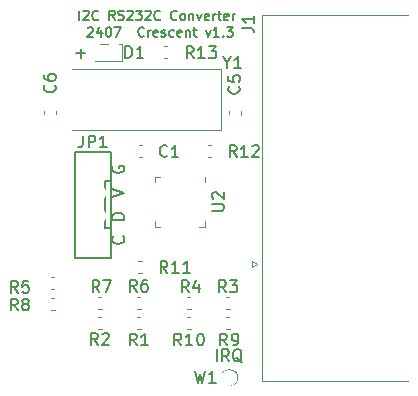
<source format=gto>
G04 #@! TF.GenerationSoftware,KiCad,Pcbnew,(5.1.2)-1*
G04 #@! TF.CreationDate,2024-07-03T21:07:46+09:00*
G04 #@! TF.ProjectId,IR,49522e6b-6963-4616-945f-706362585858,v1.3*
G04 #@! TF.SameCoordinates,Original*
G04 #@! TF.FileFunction,Legend,Top*
G04 #@! TF.FilePolarity,Positive*
%FSLAX46Y46*%
G04 Gerber Fmt 4.6, Leading zero omitted, Abs format (unit mm)*
G04 Created by KiCad (PCBNEW (5.1.2)-1) date 2024-07-03 21:07:46*
%MOMM*%
%LPD*%
G04 APERTURE LIST*
%ADD10C,0.150000*%
%ADD11C,0.200000*%
%ADD12C,0.120000*%
%ADD13C,1.400000*%
%ADD14C,0.050000*%
%ADD15C,0.650000*%
%ADD16C,3.000000*%
%ADD17C,1.275000*%
%ADD18C,3.600000*%
%ADD19O,2.200000X1.924000*%
%ADD20R,4.900000X2.400000*%
%ADD21R,2.000000X2.000000*%
%ADD22C,2.000000*%
%ADD23C,4.400000*%
G04 APERTURE END LIST*
D10*
X183819047Y-98171428D02*
X184580952Y-98171428D01*
X184200000Y-98552380D02*
X184200000Y-97790476D01*
D11*
X195676190Y-124252380D02*
X195676190Y-123252380D01*
X196723809Y-124252380D02*
X196390476Y-123776190D01*
X196152380Y-124252380D02*
X196152380Y-123252380D01*
X196533333Y-123252380D01*
X196628571Y-123300000D01*
X196676190Y-123347619D01*
X196723809Y-123442857D01*
X196723809Y-123585714D01*
X196676190Y-123680952D01*
X196628571Y-123728571D01*
X196533333Y-123776190D01*
X196152380Y-123776190D01*
X197819047Y-124347619D02*
X197723809Y-124300000D01*
X197628571Y-124204761D01*
X197485714Y-124061904D01*
X197390476Y-124014285D01*
X197295238Y-124014285D01*
X197342857Y-124252380D02*
X197247619Y-124204761D01*
X197152380Y-124109523D01*
X197104761Y-123919047D01*
X197104761Y-123585714D01*
X197152380Y-123395238D01*
X197247619Y-123300000D01*
X197342857Y-123252380D01*
X197533333Y-123252380D01*
X197628571Y-123300000D01*
X197723809Y-123395238D01*
X197771428Y-123585714D01*
X197771428Y-123919047D01*
X197723809Y-124109523D01*
X197628571Y-124204761D01*
X197533333Y-124252380D01*
X197342857Y-124252380D01*
X184042857Y-95361904D02*
X184042857Y-94561904D01*
X184385714Y-94638095D02*
X184423809Y-94600000D01*
X184500000Y-94561904D01*
X184690476Y-94561904D01*
X184766666Y-94600000D01*
X184804761Y-94638095D01*
X184842857Y-94714285D01*
X184842857Y-94790476D01*
X184804761Y-94904761D01*
X184347619Y-95361904D01*
X184842857Y-95361904D01*
X185642857Y-95285714D02*
X185604761Y-95323809D01*
X185490476Y-95361904D01*
X185414285Y-95361904D01*
X185300000Y-95323809D01*
X185223809Y-95247619D01*
X185185714Y-95171428D01*
X185147619Y-95019047D01*
X185147619Y-94904761D01*
X185185714Y-94752380D01*
X185223809Y-94676190D01*
X185300000Y-94600000D01*
X185414285Y-94561904D01*
X185490476Y-94561904D01*
X185604761Y-94600000D01*
X185642857Y-94638095D01*
X187052380Y-95361904D02*
X186785714Y-94980952D01*
X186595238Y-95361904D02*
X186595238Y-94561904D01*
X186900000Y-94561904D01*
X186976190Y-94600000D01*
X187014285Y-94638095D01*
X187052380Y-94714285D01*
X187052380Y-94828571D01*
X187014285Y-94904761D01*
X186976190Y-94942857D01*
X186900000Y-94980952D01*
X186595238Y-94980952D01*
X187357142Y-95323809D02*
X187471428Y-95361904D01*
X187661904Y-95361904D01*
X187738095Y-95323809D01*
X187776190Y-95285714D01*
X187814285Y-95209523D01*
X187814285Y-95133333D01*
X187776190Y-95057142D01*
X187738095Y-95019047D01*
X187661904Y-94980952D01*
X187509523Y-94942857D01*
X187433333Y-94904761D01*
X187395238Y-94866666D01*
X187357142Y-94790476D01*
X187357142Y-94714285D01*
X187395238Y-94638095D01*
X187433333Y-94600000D01*
X187509523Y-94561904D01*
X187700000Y-94561904D01*
X187814285Y-94600000D01*
X188119047Y-94638095D02*
X188157142Y-94600000D01*
X188233333Y-94561904D01*
X188423809Y-94561904D01*
X188500000Y-94600000D01*
X188538095Y-94638095D01*
X188576190Y-94714285D01*
X188576190Y-94790476D01*
X188538095Y-94904761D01*
X188080952Y-95361904D01*
X188576190Y-95361904D01*
X188842857Y-94561904D02*
X189338095Y-94561904D01*
X189071428Y-94866666D01*
X189185714Y-94866666D01*
X189261904Y-94904761D01*
X189300000Y-94942857D01*
X189338095Y-95019047D01*
X189338095Y-95209523D01*
X189300000Y-95285714D01*
X189261904Y-95323809D01*
X189185714Y-95361904D01*
X188957142Y-95361904D01*
X188880952Y-95323809D01*
X188842857Y-95285714D01*
X189642857Y-94638095D02*
X189680952Y-94600000D01*
X189757142Y-94561904D01*
X189947619Y-94561904D01*
X190023809Y-94600000D01*
X190061904Y-94638095D01*
X190100000Y-94714285D01*
X190100000Y-94790476D01*
X190061904Y-94904761D01*
X189604761Y-95361904D01*
X190100000Y-95361904D01*
X190900000Y-95285714D02*
X190861904Y-95323809D01*
X190747619Y-95361904D01*
X190671428Y-95361904D01*
X190557142Y-95323809D01*
X190480952Y-95247619D01*
X190442857Y-95171428D01*
X190404761Y-95019047D01*
X190404761Y-94904761D01*
X190442857Y-94752380D01*
X190480952Y-94676190D01*
X190557142Y-94600000D01*
X190671428Y-94561904D01*
X190747619Y-94561904D01*
X190861904Y-94600000D01*
X190900000Y-94638095D01*
X192309523Y-95285714D02*
X192271428Y-95323809D01*
X192157142Y-95361904D01*
X192080952Y-95361904D01*
X191966666Y-95323809D01*
X191890476Y-95247619D01*
X191852380Y-95171428D01*
X191814285Y-95019047D01*
X191814285Y-94904761D01*
X191852380Y-94752380D01*
X191890476Y-94676190D01*
X191966666Y-94600000D01*
X192080952Y-94561904D01*
X192157142Y-94561904D01*
X192271428Y-94600000D01*
X192309523Y-94638095D01*
X192766666Y-95361904D02*
X192690476Y-95323809D01*
X192652380Y-95285714D01*
X192614285Y-95209523D01*
X192614285Y-94980952D01*
X192652380Y-94904761D01*
X192690476Y-94866666D01*
X192766666Y-94828571D01*
X192880952Y-94828571D01*
X192957142Y-94866666D01*
X192995238Y-94904761D01*
X193033333Y-94980952D01*
X193033333Y-95209523D01*
X192995238Y-95285714D01*
X192957142Y-95323809D01*
X192880952Y-95361904D01*
X192766666Y-95361904D01*
X193376190Y-94828571D02*
X193376190Y-95361904D01*
X193376190Y-94904761D02*
X193414285Y-94866666D01*
X193490476Y-94828571D01*
X193604761Y-94828571D01*
X193680952Y-94866666D01*
X193719047Y-94942857D01*
X193719047Y-95361904D01*
X194023809Y-94828571D02*
X194214285Y-95361904D01*
X194404761Y-94828571D01*
X195014285Y-95323809D02*
X194938095Y-95361904D01*
X194785714Y-95361904D01*
X194709523Y-95323809D01*
X194671428Y-95247619D01*
X194671428Y-94942857D01*
X194709523Y-94866666D01*
X194785714Y-94828571D01*
X194938095Y-94828571D01*
X195014285Y-94866666D01*
X195052380Y-94942857D01*
X195052380Y-95019047D01*
X194671428Y-95095238D01*
X195395238Y-95361904D02*
X195395238Y-94828571D01*
X195395238Y-94980952D02*
X195433333Y-94904761D01*
X195471428Y-94866666D01*
X195547619Y-94828571D01*
X195623809Y-94828571D01*
X195776190Y-94828571D02*
X196080952Y-94828571D01*
X195890476Y-94561904D02*
X195890476Y-95247619D01*
X195928571Y-95323809D01*
X196004761Y-95361904D01*
X196080952Y-95361904D01*
X196652380Y-95323809D02*
X196576190Y-95361904D01*
X196423809Y-95361904D01*
X196347619Y-95323809D01*
X196309523Y-95247619D01*
X196309523Y-94942857D01*
X196347619Y-94866666D01*
X196423809Y-94828571D01*
X196576190Y-94828571D01*
X196652380Y-94866666D01*
X196690476Y-94942857D01*
X196690476Y-95019047D01*
X196309523Y-95095238D01*
X197033333Y-95361904D02*
X197033333Y-94828571D01*
X197033333Y-94980952D02*
X197071428Y-94904761D01*
X197109523Y-94866666D01*
X197185714Y-94828571D01*
X197261904Y-94828571D01*
X184766666Y-96038095D02*
X184804761Y-96000000D01*
X184880952Y-95961904D01*
X185071428Y-95961904D01*
X185147619Y-96000000D01*
X185185714Y-96038095D01*
X185223809Y-96114285D01*
X185223809Y-96190476D01*
X185185714Y-96304761D01*
X184728571Y-96761904D01*
X185223809Y-96761904D01*
X185909523Y-96228571D02*
X185909523Y-96761904D01*
X185719047Y-95923809D02*
X185528571Y-96495238D01*
X186023809Y-96495238D01*
X186480952Y-95961904D02*
X186557142Y-95961904D01*
X186633333Y-96000000D01*
X186671428Y-96038095D01*
X186709523Y-96114285D01*
X186747619Y-96266666D01*
X186747619Y-96457142D01*
X186709523Y-96609523D01*
X186671428Y-96685714D01*
X186633333Y-96723809D01*
X186557142Y-96761904D01*
X186480952Y-96761904D01*
X186404761Y-96723809D01*
X186366666Y-96685714D01*
X186328571Y-96609523D01*
X186290476Y-96457142D01*
X186290476Y-96266666D01*
X186328571Y-96114285D01*
X186366666Y-96038095D01*
X186404761Y-96000000D01*
X186480952Y-95961904D01*
X187014285Y-95961904D02*
X187547619Y-95961904D01*
X187204761Y-96761904D01*
X189528571Y-96685714D02*
X189490476Y-96723809D01*
X189376190Y-96761904D01*
X189300000Y-96761904D01*
X189185714Y-96723809D01*
X189109523Y-96647619D01*
X189071428Y-96571428D01*
X189033333Y-96419047D01*
X189033333Y-96304761D01*
X189071428Y-96152380D01*
X189109523Y-96076190D01*
X189185714Y-96000000D01*
X189300000Y-95961904D01*
X189376190Y-95961904D01*
X189490476Y-96000000D01*
X189528571Y-96038095D01*
X189871428Y-96761904D02*
X189871428Y-96228571D01*
X189871428Y-96380952D02*
X189909523Y-96304761D01*
X189947619Y-96266666D01*
X190023809Y-96228571D01*
X190100000Y-96228571D01*
X190671428Y-96723809D02*
X190595238Y-96761904D01*
X190442857Y-96761904D01*
X190366666Y-96723809D01*
X190328571Y-96647619D01*
X190328571Y-96342857D01*
X190366666Y-96266666D01*
X190442857Y-96228571D01*
X190595238Y-96228571D01*
X190671428Y-96266666D01*
X190709523Y-96342857D01*
X190709523Y-96419047D01*
X190328571Y-96495238D01*
X191014285Y-96723809D02*
X191090476Y-96761904D01*
X191242857Y-96761904D01*
X191319047Y-96723809D01*
X191357142Y-96647619D01*
X191357142Y-96609523D01*
X191319047Y-96533333D01*
X191242857Y-96495238D01*
X191128571Y-96495238D01*
X191052380Y-96457142D01*
X191014285Y-96380952D01*
X191014285Y-96342857D01*
X191052380Y-96266666D01*
X191128571Y-96228571D01*
X191242857Y-96228571D01*
X191319047Y-96266666D01*
X192042857Y-96723809D02*
X191966666Y-96761904D01*
X191814285Y-96761904D01*
X191738095Y-96723809D01*
X191700000Y-96685714D01*
X191661904Y-96609523D01*
X191661904Y-96380952D01*
X191700000Y-96304761D01*
X191738095Y-96266666D01*
X191814285Y-96228571D01*
X191966666Y-96228571D01*
X192042857Y-96266666D01*
X192690476Y-96723809D02*
X192614285Y-96761904D01*
X192461904Y-96761904D01*
X192385714Y-96723809D01*
X192347619Y-96647619D01*
X192347619Y-96342857D01*
X192385714Y-96266666D01*
X192461904Y-96228571D01*
X192614285Y-96228571D01*
X192690476Y-96266666D01*
X192728571Y-96342857D01*
X192728571Y-96419047D01*
X192347619Y-96495238D01*
X193071428Y-96228571D02*
X193071428Y-96761904D01*
X193071428Y-96304761D02*
X193109523Y-96266666D01*
X193185714Y-96228571D01*
X193300000Y-96228571D01*
X193376190Y-96266666D01*
X193414285Y-96342857D01*
X193414285Y-96761904D01*
X193680952Y-96228571D02*
X193985714Y-96228571D01*
X193795238Y-95961904D02*
X193795238Y-96647619D01*
X193833333Y-96723809D01*
X193909523Y-96761904D01*
X193985714Y-96761904D01*
X194785714Y-96228571D02*
X194976190Y-96761904D01*
X195166666Y-96228571D01*
X195890476Y-96761904D02*
X195433333Y-96761904D01*
X195661904Y-96761904D02*
X195661904Y-95961904D01*
X195585714Y-96076190D01*
X195509523Y-96152380D01*
X195433333Y-96190476D01*
X196233333Y-96685714D02*
X196271428Y-96723809D01*
X196233333Y-96761904D01*
X196195238Y-96723809D01*
X196233333Y-96685714D01*
X196233333Y-96761904D01*
X196538095Y-95961904D02*
X197033333Y-95961904D01*
X196766666Y-96266666D01*
X196880952Y-96266666D01*
X196957142Y-96304761D01*
X196995238Y-96342857D01*
X197033333Y-96419047D01*
X197033333Y-96609523D01*
X196995238Y-96685714D01*
X196957142Y-96723809D01*
X196880952Y-96761904D01*
X196652380Y-96761904D01*
X196576190Y-96723809D01*
X196538095Y-96685714D01*
D12*
X197470000Y-125640000D02*
G75*
G03X197470000Y-125640000I-700000J0D01*
G01*
X194670000Y-109115000D02*
X194670000Y-108640000D01*
X190450000Y-112860000D02*
X190925000Y-112860000D01*
X190450000Y-112385000D02*
X190450000Y-112860000D01*
X190450000Y-108640000D02*
X190925000Y-108640000D01*
X190450000Y-109115000D02*
X190450000Y-108640000D01*
X194670000Y-112860000D02*
X194195000Y-112860000D01*
X194670000Y-112385000D02*
X194670000Y-112860000D01*
X189057221Y-116820000D02*
X189382779Y-116820000D01*
X189057221Y-115800000D02*
X189382779Y-115800000D01*
X189434779Y-105960000D02*
X189109221Y-105960000D01*
X189434779Y-106980000D02*
X189109221Y-106980000D01*
D10*
X186700000Y-109000000D02*
X186200000Y-109000000D01*
X186200000Y-109000000D02*
X186200000Y-113000000D01*
X186200000Y-113000000D02*
X186700000Y-113000000D01*
X186700000Y-111000000D02*
X186700000Y-115500000D01*
X186700000Y-115500000D02*
X183700000Y-115500000D01*
X183700000Y-115500000D02*
X183700000Y-106500000D01*
X183700000Y-106500000D02*
X186700000Y-106500000D01*
X186700000Y-106500000D02*
X186700000Y-111000000D01*
D12*
X197710000Y-103374779D02*
X197710000Y-103049221D01*
X196690000Y-103374779D02*
X196690000Y-103049221D01*
X181090000Y-103374779D02*
X181090000Y-103049221D01*
X182110000Y-103374779D02*
X182110000Y-103049221D01*
X185400000Y-98835000D02*
X187685000Y-98835000D01*
X187685000Y-98835000D02*
X187685000Y-97365000D01*
X187685000Y-97365000D02*
X185400000Y-97365000D01*
X189292779Y-120500000D02*
X188967221Y-120500000D01*
X189292779Y-121520000D02*
X188967221Y-121520000D01*
X185667221Y-121520000D02*
X185992779Y-121520000D01*
X185667221Y-120500000D02*
X185992779Y-120500000D01*
X196842779Y-119820000D02*
X196517221Y-119820000D01*
X196842779Y-118800000D02*
X196517221Y-118800000D01*
X193217221Y-118800000D02*
X193542779Y-118800000D01*
X193217221Y-119820000D02*
X193542779Y-119820000D01*
X182012779Y-118160000D02*
X181687221Y-118160000D01*
X182012779Y-117140000D02*
X181687221Y-117140000D01*
X189292779Y-118800000D02*
X188967221Y-118800000D01*
X189292779Y-119820000D02*
X188967221Y-119820000D01*
X185667221Y-119820000D02*
X185992779Y-119820000D01*
X185667221Y-118800000D02*
X185992779Y-118800000D01*
X182012779Y-118890000D02*
X181687221Y-118890000D01*
X182012779Y-119910000D02*
X181687221Y-119910000D01*
X196842779Y-121520000D02*
X196517221Y-121520000D01*
X196842779Y-120500000D02*
X196517221Y-120500000D01*
X193217221Y-120500000D02*
X193542779Y-120500000D01*
X193217221Y-121520000D02*
X193542779Y-121520000D01*
X195304779Y-105980000D02*
X194979221Y-105980000D01*
X195304779Y-107000000D02*
X194979221Y-107000000D01*
X191249221Y-97590000D02*
X191574779Y-97590000D01*
X191249221Y-98610000D02*
X191574779Y-98610000D01*
X183450000Y-104650000D02*
X196050000Y-104650000D01*
X196050000Y-104650000D02*
X196050000Y-99550000D01*
X196050000Y-99550000D02*
X183450000Y-99550000D01*
X211880000Y-125945000D02*
X199540000Y-125945000D01*
X199540000Y-125945000D02*
X199540000Y-94975000D01*
X199540000Y-94975000D02*
X211880000Y-94975000D01*
X198645662Y-116250000D02*
X198645662Y-115750000D01*
X198645662Y-115750000D02*
X199078675Y-116000000D01*
X199078675Y-116000000D02*
X198645662Y-116250000D01*
D10*
X193845238Y-125082380D02*
X194083333Y-126082380D01*
X194273809Y-125368095D01*
X194464285Y-126082380D01*
X194702380Y-125082380D01*
X195607142Y-126082380D02*
X195035714Y-126082380D01*
X195321428Y-126082380D02*
X195321428Y-125082380D01*
X195226190Y-125225238D01*
X195130952Y-125320476D01*
X195035714Y-125368095D01*
X195312380Y-111511904D02*
X196121904Y-111511904D01*
X196217142Y-111464285D01*
X196264761Y-111416666D01*
X196312380Y-111321428D01*
X196312380Y-111130952D01*
X196264761Y-111035714D01*
X196217142Y-110988095D01*
X196121904Y-110940476D01*
X195312380Y-110940476D01*
X195407619Y-110511904D02*
X195360000Y-110464285D01*
X195312380Y-110369047D01*
X195312380Y-110130952D01*
X195360000Y-110035714D01*
X195407619Y-109988095D01*
X195502857Y-109940476D01*
X195598095Y-109940476D01*
X195740952Y-109988095D01*
X196312380Y-110559523D01*
X196312380Y-109940476D01*
X191517142Y-116772380D02*
X191183809Y-116296190D01*
X190945714Y-116772380D02*
X190945714Y-115772380D01*
X191326666Y-115772380D01*
X191421904Y-115820000D01*
X191469523Y-115867619D01*
X191517142Y-115962857D01*
X191517142Y-116105714D01*
X191469523Y-116200952D01*
X191421904Y-116248571D01*
X191326666Y-116296190D01*
X190945714Y-116296190D01*
X192469523Y-116772380D02*
X191898095Y-116772380D01*
X192183809Y-116772380D02*
X192183809Y-115772380D01*
X192088571Y-115915238D01*
X191993333Y-116010476D01*
X191898095Y-116058095D01*
X193421904Y-116772380D02*
X192850476Y-116772380D01*
X193136190Y-116772380D02*
X193136190Y-115772380D01*
X193040952Y-115915238D01*
X192945714Y-116010476D01*
X192850476Y-116058095D01*
X191502833Y-106867142D02*
X191455214Y-106914761D01*
X191312357Y-106962380D01*
X191217119Y-106962380D01*
X191074261Y-106914761D01*
X190979023Y-106819523D01*
X190931404Y-106724285D01*
X190883785Y-106533809D01*
X190883785Y-106390952D01*
X190931404Y-106200476D01*
X190979023Y-106105238D01*
X191074261Y-106010000D01*
X191217119Y-105962380D01*
X191312357Y-105962380D01*
X191455214Y-106010000D01*
X191502833Y-106057619D01*
X192455214Y-106962380D02*
X191883785Y-106962380D01*
X192169500Y-106962380D02*
X192169500Y-105962380D01*
X192074261Y-106105238D01*
X191979023Y-106200476D01*
X191883785Y-106248095D01*
X184366666Y-105152380D02*
X184366666Y-105866666D01*
X184319047Y-106009523D01*
X184223809Y-106104761D01*
X184080952Y-106152380D01*
X183985714Y-106152380D01*
X184842857Y-106152380D02*
X184842857Y-105152380D01*
X185223809Y-105152380D01*
X185319047Y-105200000D01*
X185366666Y-105247619D01*
X185414285Y-105342857D01*
X185414285Y-105485714D01*
X185366666Y-105580952D01*
X185319047Y-105628571D01*
X185223809Y-105676190D01*
X184842857Y-105676190D01*
X186366666Y-106152380D02*
X185795238Y-106152380D01*
X186080952Y-106152380D02*
X186080952Y-105152380D01*
X185985714Y-105295238D01*
X185890476Y-105390476D01*
X185795238Y-105438095D01*
X187757142Y-113690476D02*
X187804761Y-113738095D01*
X187852380Y-113880952D01*
X187852380Y-113976190D01*
X187804761Y-114119047D01*
X187709523Y-114214285D01*
X187614285Y-114261904D01*
X187423809Y-114309523D01*
X187280952Y-114309523D01*
X187090476Y-114261904D01*
X186995238Y-114214285D01*
X186900000Y-114119047D01*
X186852380Y-113976190D01*
X186852380Y-113880952D01*
X186900000Y-113738095D01*
X186947619Y-113690476D01*
X187852380Y-112261904D02*
X186852380Y-112261904D01*
X186852380Y-112023809D01*
X186900000Y-111880952D01*
X186995238Y-111785714D01*
X187090476Y-111738095D01*
X187280952Y-111690476D01*
X187423809Y-111690476D01*
X187614285Y-111738095D01*
X187709523Y-111785714D01*
X187804761Y-111880952D01*
X187852380Y-112023809D01*
X187852380Y-112261904D01*
X186852380Y-110333333D02*
X187852380Y-110000000D01*
X186852380Y-109666666D01*
X186900000Y-107738095D02*
X186852380Y-107833333D01*
X186852380Y-107976190D01*
X186900000Y-108119047D01*
X186995238Y-108214285D01*
X187090476Y-108261904D01*
X187280952Y-108309523D01*
X187423809Y-108309523D01*
X187614285Y-108261904D01*
X187709523Y-108214285D01*
X187804761Y-108119047D01*
X187852380Y-107976190D01*
X187852380Y-107880952D01*
X187804761Y-107738095D01*
X187757142Y-107690476D01*
X187423809Y-107690476D01*
X187423809Y-107880952D01*
X197557142Y-100978666D02*
X197604761Y-101026285D01*
X197652380Y-101169142D01*
X197652380Y-101264380D01*
X197604761Y-101407238D01*
X197509523Y-101502476D01*
X197414285Y-101550095D01*
X197223809Y-101597714D01*
X197080952Y-101597714D01*
X196890476Y-101550095D01*
X196795238Y-101502476D01*
X196700000Y-101407238D01*
X196652380Y-101264380D01*
X196652380Y-101169142D01*
X196700000Y-101026285D01*
X196747619Y-100978666D01*
X196652380Y-100073904D02*
X196652380Y-100550095D01*
X197128571Y-100597714D01*
X197080952Y-100550095D01*
X197033333Y-100454857D01*
X197033333Y-100216761D01*
X197080952Y-100121523D01*
X197128571Y-100073904D01*
X197223809Y-100026285D01*
X197461904Y-100026285D01*
X197557142Y-100073904D01*
X197604761Y-100121523D01*
X197652380Y-100216761D01*
X197652380Y-100454857D01*
X197604761Y-100550095D01*
X197557142Y-100597714D01*
X181957142Y-100878666D02*
X182004761Y-100926285D01*
X182052380Y-101069142D01*
X182052380Y-101164380D01*
X182004761Y-101307238D01*
X181909523Y-101402476D01*
X181814285Y-101450095D01*
X181623809Y-101497714D01*
X181480952Y-101497714D01*
X181290476Y-101450095D01*
X181195238Y-101402476D01*
X181100000Y-101307238D01*
X181052380Y-101164380D01*
X181052380Y-101069142D01*
X181100000Y-100926285D01*
X181147619Y-100878666D01*
X181052380Y-100021523D02*
X181052380Y-100212000D01*
X181100000Y-100307238D01*
X181147619Y-100354857D01*
X181290476Y-100450095D01*
X181480952Y-100497714D01*
X181861904Y-100497714D01*
X181957142Y-100450095D01*
X182004761Y-100402476D01*
X182052380Y-100307238D01*
X182052380Y-100116761D01*
X182004761Y-100021523D01*
X181957142Y-99973904D01*
X181861904Y-99926285D01*
X181623809Y-99926285D01*
X181528571Y-99973904D01*
X181480952Y-100021523D01*
X181433333Y-100116761D01*
X181433333Y-100307238D01*
X181480952Y-100402476D01*
X181528571Y-100450095D01*
X181623809Y-100497714D01*
X187961904Y-98552380D02*
X187961904Y-97552380D01*
X188200000Y-97552380D01*
X188342857Y-97600000D01*
X188438095Y-97695238D01*
X188485714Y-97790476D01*
X188533333Y-97980952D01*
X188533333Y-98123809D01*
X188485714Y-98314285D01*
X188438095Y-98409523D01*
X188342857Y-98504761D01*
X188200000Y-98552380D01*
X187961904Y-98552380D01*
X189485714Y-98552380D02*
X188914285Y-98552380D01*
X189200000Y-98552380D02*
X189200000Y-97552380D01*
X189104761Y-97695238D01*
X189009523Y-97790476D01*
X188914285Y-97838095D01*
X188913333Y-122912380D02*
X188580000Y-122436190D01*
X188341904Y-122912380D02*
X188341904Y-121912380D01*
X188722857Y-121912380D01*
X188818095Y-121960000D01*
X188865714Y-122007619D01*
X188913333Y-122102857D01*
X188913333Y-122245714D01*
X188865714Y-122340952D01*
X188818095Y-122388571D01*
X188722857Y-122436190D01*
X188341904Y-122436190D01*
X189865714Y-122912380D02*
X189294285Y-122912380D01*
X189580000Y-122912380D02*
X189580000Y-121912380D01*
X189484761Y-122055238D01*
X189389523Y-122150476D01*
X189294285Y-122198095D01*
X185613333Y-122862380D02*
X185280000Y-122386190D01*
X185041904Y-122862380D02*
X185041904Y-121862380D01*
X185422857Y-121862380D01*
X185518095Y-121910000D01*
X185565714Y-121957619D01*
X185613333Y-122052857D01*
X185613333Y-122195714D01*
X185565714Y-122290952D01*
X185518095Y-122338571D01*
X185422857Y-122386190D01*
X185041904Y-122386190D01*
X185994285Y-121957619D02*
X186041904Y-121910000D01*
X186137142Y-121862380D01*
X186375238Y-121862380D01*
X186470476Y-121910000D01*
X186518095Y-121957619D01*
X186565714Y-122052857D01*
X186565714Y-122148095D01*
X186518095Y-122290952D01*
X185946666Y-122862380D01*
X186565714Y-122862380D01*
X196463333Y-118412380D02*
X196130000Y-117936190D01*
X195891904Y-118412380D02*
X195891904Y-117412380D01*
X196272857Y-117412380D01*
X196368095Y-117460000D01*
X196415714Y-117507619D01*
X196463333Y-117602857D01*
X196463333Y-117745714D01*
X196415714Y-117840952D01*
X196368095Y-117888571D01*
X196272857Y-117936190D01*
X195891904Y-117936190D01*
X196796666Y-117412380D02*
X197415714Y-117412380D01*
X197082380Y-117793333D01*
X197225238Y-117793333D01*
X197320476Y-117840952D01*
X197368095Y-117888571D01*
X197415714Y-117983809D01*
X197415714Y-118221904D01*
X197368095Y-118317142D01*
X197320476Y-118364761D01*
X197225238Y-118412380D01*
X196939523Y-118412380D01*
X196844285Y-118364761D01*
X196796666Y-118317142D01*
X193313333Y-118412380D02*
X192980000Y-117936190D01*
X192741904Y-118412380D02*
X192741904Y-117412380D01*
X193122857Y-117412380D01*
X193218095Y-117460000D01*
X193265714Y-117507619D01*
X193313333Y-117602857D01*
X193313333Y-117745714D01*
X193265714Y-117840952D01*
X193218095Y-117888571D01*
X193122857Y-117936190D01*
X192741904Y-117936190D01*
X194170476Y-117745714D02*
X194170476Y-118412380D01*
X193932380Y-117364761D02*
X193694285Y-118079047D01*
X194313333Y-118079047D01*
X178833333Y-118452380D02*
X178500000Y-117976190D01*
X178261904Y-118452380D02*
X178261904Y-117452380D01*
X178642857Y-117452380D01*
X178738095Y-117500000D01*
X178785714Y-117547619D01*
X178833333Y-117642857D01*
X178833333Y-117785714D01*
X178785714Y-117880952D01*
X178738095Y-117928571D01*
X178642857Y-117976190D01*
X178261904Y-117976190D01*
X179738095Y-117452380D02*
X179261904Y-117452380D01*
X179214285Y-117928571D01*
X179261904Y-117880952D01*
X179357142Y-117833333D01*
X179595238Y-117833333D01*
X179690476Y-117880952D01*
X179738095Y-117928571D01*
X179785714Y-118023809D01*
X179785714Y-118261904D01*
X179738095Y-118357142D01*
X179690476Y-118404761D01*
X179595238Y-118452380D01*
X179357142Y-118452380D01*
X179261904Y-118404761D01*
X179214285Y-118357142D01*
X188913333Y-118362380D02*
X188580000Y-117886190D01*
X188341904Y-118362380D02*
X188341904Y-117362380D01*
X188722857Y-117362380D01*
X188818095Y-117410000D01*
X188865714Y-117457619D01*
X188913333Y-117552857D01*
X188913333Y-117695714D01*
X188865714Y-117790952D01*
X188818095Y-117838571D01*
X188722857Y-117886190D01*
X188341904Y-117886190D01*
X189770476Y-117362380D02*
X189580000Y-117362380D01*
X189484761Y-117410000D01*
X189437142Y-117457619D01*
X189341904Y-117600476D01*
X189294285Y-117790952D01*
X189294285Y-118171904D01*
X189341904Y-118267142D01*
X189389523Y-118314761D01*
X189484761Y-118362380D01*
X189675238Y-118362380D01*
X189770476Y-118314761D01*
X189818095Y-118267142D01*
X189865714Y-118171904D01*
X189865714Y-117933809D01*
X189818095Y-117838571D01*
X189770476Y-117790952D01*
X189675238Y-117743333D01*
X189484761Y-117743333D01*
X189389523Y-117790952D01*
X189341904Y-117838571D01*
X189294285Y-117933809D01*
X185763333Y-118412380D02*
X185430000Y-117936190D01*
X185191904Y-118412380D02*
X185191904Y-117412380D01*
X185572857Y-117412380D01*
X185668095Y-117460000D01*
X185715714Y-117507619D01*
X185763333Y-117602857D01*
X185763333Y-117745714D01*
X185715714Y-117840952D01*
X185668095Y-117888571D01*
X185572857Y-117936190D01*
X185191904Y-117936190D01*
X186096666Y-117412380D02*
X186763333Y-117412380D01*
X186334761Y-118412380D01*
X178833333Y-119952380D02*
X178500000Y-119476190D01*
X178261904Y-119952380D02*
X178261904Y-118952380D01*
X178642857Y-118952380D01*
X178738095Y-119000000D01*
X178785714Y-119047619D01*
X178833333Y-119142857D01*
X178833333Y-119285714D01*
X178785714Y-119380952D01*
X178738095Y-119428571D01*
X178642857Y-119476190D01*
X178261904Y-119476190D01*
X179404761Y-119380952D02*
X179309523Y-119333333D01*
X179261904Y-119285714D01*
X179214285Y-119190476D01*
X179214285Y-119142857D01*
X179261904Y-119047619D01*
X179309523Y-119000000D01*
X179404761Y-118952380D01*
X179595238Y-118952380D01*
X179690476Y-119000000D01*
X179738095Y-119047619D01*
X179785714Y-119142857D01*
X179785714Y-119190476D01*
X179738095Y-119285714D01*
X179690476Y-119333333D01*
X179595238Y-119380952D01*
X179404761Y-119380952D01*
X179309523Y-119428571D01*
X179261904Y-119476190D01*
X179214285Y-119571428D01*
X179214285Y-119761904D01*
X179261904Y-119857142D01*
X179309523Y-119904761D01*
X179404761Y-119952380D01*
X179595238Y-119952380D01*
X179690476Y-119904761D01*
X179738095Y-119857142D01*
X179785714Y-119761904D01*
X179785714Y-119571428D01*
X179738095Y-119476190D01*
X179690476Y-119428571D01*
X179595238Y-119380952D01*
X196563333Y-122912380D02*
X196230000Y-122436190D01*
X195991904Y-122912380D02*
X195991904Y-121912380D01*
X196372857Y-121912380D01*
X196468095Y-121960000D01*
X196515714Y-122007619D01*
X196563333Y-122102857D01*
X196563333Y-122245714D01*
X196515714Y-122340952D01*
X196468095Y-122388571D01*
X196372857Y-122436190D01*
X195991904Y-122436190D01*
X197039523Y-122912380D02*
X197230000Y-122912380D01*
X197325238Y-122864761D01*
X197372857Y-122817142D01*
X197468095Y-122674285D01*
X197515714Y-122483809D01*
X197515714Y-122102857D01*
X197468095Y-122007619D01*
X197420476Y-121960000D01*
X197325238Y-121912380D01*
X197134761Y-121912380D01*
X197039523Y-121960000D01*
X196991904Y-122007619D01*
X196944285Y-122102857D01*
X196944285Y-122340952D01*
X196991904Y-122436190D01*
X197039523Y-122483809D01*
X197134761Y-122531428D01*
X197325238Y-122531428D01*
X197420476Y-122483809D01*
X197468095Y-122436190D01*
X197515714Y-122340952D01*
X192687142Y-122912380D02*
X192353809Y-122436190D01*
X192115714Y-122912380D02*
X192115714Y-121912380D01*
X192496666Y-121912380D01*
X192591904Y-121960000D01*
X192639523Y-122007619D01*
X192687142Y-122102857D01*
X192687142Y-122245714D01*
X192639523Y-122340952D01*
X192591904Y-122388571D01*
X192496666Y-122436190D01*
X192115714Y-122436190D01*
X193639523Y-122912380D02*
X193068095Y-122912380D01*
X193353809Y-122912380D02*
X193353809Y-121912380D01*
X193258571Y-122055238D01*
X193163333Y-122150476D01*
X193068095Y-122198095D01*
X194258571Y-121912380D02*
X194353809Y-121912380D01*
X194449047Y-121960000D01*
X194496666Y-122007619D01*
X194544285Y-122102857D01*
X194591904Y-122293333D01*
X194591904Y-122531428D01*
X194544285Y-122721904D01*
X194496666Y-122817142D01*
X194449047Y-122864761D01*
X194353809Y-122912380D01*
X194258571Y-122912380D01*
X194163333Y-122864761D01*
X194115714Y-122817142D01*
X194068095Y-122721904D01*
X194020476Y-122531428D01*
X194020476Y-122293333D01*
X194068095Y-122102857D01*
X194115714Y-122007619D01*
X194163333Y-121960000D01*
X194258571Y-121912380D01*
X197369142Y-106972380D02*
X197035809Y-106496190D01*
X196797714Y-106972380D02*
X196797714Y-105972380D01*
X197178666Y-105972380D01*
X197273904Y-106020000D01*
X197321523Y-106067619D01*
X197369142Y-106162857D01*
X197369142Y-106305714D01*
X197321523Y-106400952D01*
X197273904Y-106448571D01*
X197178666Y-106496190D01*
X196797714Y-106496190D01*
X198321523Y-106972380D02*
X197750095Y-106972380D01*
X198035809Y-106972380D02*
X198035809Y-105972380D01*
X197940571Y-106115238D01*
X197845333Y-106210476D01*
X197750095Y-106258095D01*
X198702476Y-106067619D02*
X198750095Y-106020000D01*
X198845333Y-105972380D01*
X199083428Y-105972380D01*
X199178666Y-106020000D01*
X199226285Y-106067619D01*
X199273904Y-106162857D01*
X199273904Y-106258095D01*
X199226285Y-106400952D01*
X198654857Y-106972380D01*
X199273904Y-106972380D01*
X193731642Y-98602380D02*
X193398309Y-98126190D01*
X193160214Y-98602380D02*
X193160214Y-97602380D01*
X193541166Y-97602380D01*
X193636404Y-97650000D01*
X193684023Y-97697619D01*
X193731642Y-97792857D01*
X193731642Y-97935714D01*
X193684023Y-98030952D01*
X193636404Y-98078571D01*
X193541166Y-98126190D01*
X193160214Y-98126190D01*
X194684023Y-98602380D02*
X194112595Y-98602380D01*
X194398309Y-98602380D02*
X194398309Y-97602380D01*
X194303071Y-97745238D01*
X194207833Y-97840476D01*
X194112595Y-97888095D01*
X195017357Y-97602380D02*
X195636404Y-97602380D01*
X195303071Y-97983333D01*
X195445928Y-97983333D01*
X195541166Y-98030952D01*
X195588785Y-98078571D01*
X195636404Y-98173809D01*
X195636404Y-98411904D01*
X195588785Y-98507142D01*
X195541166Y-98554761D01*
X195445928Y-98602380D01*
X195160214Y-98602380D01*
X195064976Y-98554761D01*
X195017357Y-98507142D01*
X196573809Y-98976190D02*
X196573809Y-99452380D01*
X196240476Y-98452380D02*
X196573809Y-98976190D01*
X196907142Y-98452380D01*
X197764285Y-99452380D02*
X197192857Y-99452380D01*
X197478571Y-99452380D02*
X197478571Y-98452380D01*
X197383333Y-98595238D01*
X197288095Y-98690476D01*
X197192857Y-98738095D01*
X197852380Y-96033333D02*
X198566666Y-96033333D01*
X198709523Y-96080952D01*
X198804761Y-96176190D01*
X198852380Y-96319047D01*
X198852380Y-96414285D01*
X198852380Y-95033333D02*
X198852380Y-95604761D01*
X198852380Y-95319047D02*
X197852380Y-95319047D01*
X197995238Y-95414285D01*
X198090476Y-95509523D01*
X198138095Y-95604761D01*
%LPC*%
D13*
X196770000Y-125640000D03*
D14*
G36*
X194963428Y-109175782D02*
G01*
X194979202Y-109178122D01*
X194994671Y-109181997D01*
X195009686Y-109187370D01*
X195024102Y-109194188D01*
X195037780Y-109202386D01*
X195050589Y-109211886D01*
X195062405Y-109222595D01*
X195073114Y-109234411D01*
X195082614Y-109247220D01*
X195090812Y-109260898D01*
X195097630Y-109275314D01*
X195103003Y-109290329D01*
X195106878Y-109305798D01*
X195109218Y-109321572D01*
X195110000Y-109337500D01*
X195110000Y-109662500D01*
X195109218Y-109678428D01*
X195106878Y-109694202D01*
X195103003Y-109709671D01*
X195097630Y-109724686D01*
X195090812Y-109739102D01*
X195082614Y-109752780D01*
X195073114Y-109765589D01*
X195062405Y-109777405D01*
X195050589Y-109788114D01*
X195037780Y-109797614D01*
X195024102Y-109805812D01*
X195009686Y-109812630D01*
X194994671Y-109818003D01*
X194979202Y-109821878D01*
X194963428Y-109824218D01*
X194947500Y-109825000D01*
X194047500Y-109825000D01*
X194031572Y-109824218D01*
X194015798Y-109821878D01*
X194000329Y-109818003D01*
X193985314Y-109812630D01*
X193970898Y-109805812D01*
X193957220Y-109797614D01*
X193944411Y-109788114D01*
X193932595Y-109777405D01*
X193921886Y-109765589D01*
X193912386Y-109752780D01*
X193904188Y-109739102D01*
X193897370Y-109724686D01*
X193891997Y-109709671D01*
X193888122Y-109694202D01*
X193885782Y-109678428D01*
X193885000Y-109662500D01*
X193885000Y-109337500D01*
X193885782Y-109321572D01*
X193888122Y-109305798D01*
X193891997Y-109290329D01*
X193897370Y-109275314D01*
X193904188Y-109260898D01*
X193912386Y-109247220D01*
X193921886Y-109234411D01*
X193932595Y-109222595D01*
X193944411Y-109211886D01*
X193957220Y-109202386D01*
X193970898Y-109194188D01*
X193985314Y-109187370D01*
X194000329Y-109181997D01*
X194015798Y-109178122D01*
X194031572Y-109175782D01*
X194047500Y-109175000D01*
X194947500Y-109175000D01*
X194963428Y-109175782D01*
X194963428Y-109175782D01*
G37*
D15*
X194497500Y-109500000D03*
D14*
G36*
X194963428Y-109675782D02*
G01*
X194979202Y-109678122D01*
X194994671Y-109681997D01*
X195009686Y-109687370D01*
X195024102Y-109694188D01*
X195037780Y-109702386D01*
X195050589Y-109711886D01*
X195062405Y-109722595D01*
X195073114Y-109734411D01*
X195082614Y-109747220D01*
X195090812Y-109760898D01*
X195097630Y-109775314D01*
X195103003Y-109790329D01*
X195106878Y-109805798D01*
X195109218Y-109821572D01*
X195110000Y-109837500D01*
X195110000Y-110162500D01*
X195109218Y-110178428D01*
X195106878Y-110194202D01*
X195103003Y-110209671D01*
X195097630Y-110224686D01*
X195090812Y-110239102D01*
X195082614Y-110252780D01*
X195073114Y-110265589D01*
X195062405Y-110277405D01*
X195050589Y-110288114D01*
X195037780Y-110297614D01*
X195024102Y-110305812D01*
X195009686Y-110312630D01*
X194994671Y-110318003D01*
X194979202Y-110321878D01*
X194963428Y-110324218D01*
X194947500Y-110325000D01*
X194047500Y-110325000D01*
X194031572Y-110324218D01*
X194015798Y-110321878D01*
X194000329Y-110318003D01*
X193985314Y-110312630D01*
X193970898Y-110305812D01*
X193957220Y-110297614D01*
X193944411Y-110288114D01*
X193932595Y-110277405D01*
X193921886Y-110265589D01*
X193912386Y-110252780D01*
X193904188Y-110239102D01*
X193897370Y-110224686D01*
X193891997Y-110209671D01*
X193888122Y-110194202D01*
X193885782Y-110178428D01*
X193885000Y-110162500D01*
X193885000Y-109837500D01*
X193885782Y-109821572D01*
X193888122Y-109805798D01*
X193891997Y-109790329D01*
X193897370Y-109775314D01*
X193904188Y-109760898D01*
X193912386Y-109747220D01*
X193921886Y-109734411D01*
X193932595Y-109722595D01*
X193944411Y-109711886D01*
X193957220Y-109702386D01*
X193970898Y-109694188D01*
X193985314Y-109687370D01*
X194000329Y-109681997D01*
X194015798Y-109678122D01*
X194031572Y-109675782D01*
X194047500Y-109675000D01*
X194947500Y-109675000D01*
X194963428Y-109675782D01*
X194963428Y-109675782D01*
G37*
D15*
X194497500Y-110000000D03*
D14*
G36*
X194963428Y-110175782D02*
G01*
X194979202Y-110178122D01*
X194994671Y-110181997D01*
X195009686Y-110187370D01*
X195024102Y-110194188D01*
X195037780Y-110202386D01*
X195050589Y-110211886D01*
X195062405Y-110222595D01*
X195073114Y-110234411D01*
X195082614Y-110247220D01*
X195090812Y-110260898D01*
X195097630Y-110275314D01*
X195103003Y-110290329D01*
X195106878Y-110305798D01*
X195109218Y-110321572D01*
X195110000Y-110337500D01*
X195110000Y-110662500D01*
X195109218Y-110678428D01*
X195106878Y-110694202D01*
X195103003Y-110709671D01*
X195097630Y-110724686D01*
X195090812Y-110739102D01*
X195082614Y-110752780D01*
X195073114Y-110765589D01*
X195062405Y-110777405D01*
X195050589Y-110788114D01*
X195037780Y-110797614D01*
X195024102Y-110805812D01*
X195009686Y-110812630D01*
X194994671Y-110818003D01*
X194979202Y-110821878D01*
X194963428Y-110824218D01*
X194947500Y-110825000D01*
X194047500Y-110825000D01*
X194031572Y-110824218D01*
X194015798Y-110821878D01*
X194000329Y-110818003D01*
X193985314Y-110812630D01*
X193970898Y-110805812D01*
X193957220Y-110797614D01*
X193944411Y-110788114D01*
X193932595Y-110777405D01*
X193921886Y-110765589D01*
X193912386Y-110752780D01*
X193904188Y-110739102D01*
X193897370Y-110724686D01*
X193891997Y-110709671D01*
X193888122Y-110694202D01*
X193885782Y-110678428D01*
X193885000Y-110662500D01*
X193885000Y-110337500D01*
X193885782Y-110321572D01*
X193888122Y-110305798D01*
X193891997Y-110290329D01*
X193897370Y-110275314D01*
X193904188Y-110260898D01*
X193912386Y-110247220D01*
X193921886Y-110234411D01*
X193932595Y-110222595D01*
X193944411Y-110211886D01*
X193957220Y-110202386D01*
X193970898Y-110194188D01*
X193985314Y-110187370D01*
X194000329Y-110181997D01*
X194015798Y-110178122D01*
X194031572Y-110175782D01*
X194047500Y-110175000D01*
X194947500Y-110175000D01*
X194963428Y-110175782D01*
X194963428Y-110175782D01*
G37*
D15*
X194497500Y-110500000D03*
D14*
G36*
X194963428Y-110675782D02*
G01*
X194979202Y-110678122D01*
X194994671Y-110681997D01*
X195009686Y-110687370D01*
X195024102Y-110694188D01*
X195037780Y-110702386D01*
X195050589Y-110711886D01*
X195062405Y-110722595D01*
X195073114Y-110734411D01*
X195082614Y-110747220D01*
X195090812Y-110760898D01*
X195097630Y-110775314D01*
X195103003Y-110790329D01*
X195106878Y-110805798D01*
X195109218Y-110821572D01*
X195110000Y-110837500D01*
X195110000Y-111162500D01*
X195109218Y-111178428D01*
X195106878Y-111194202D01*
X195103003Y-111209671D01*
X195097630Y-111224686D01*
X195090812Y-111239102D01*
X195082614Y-111252780D01*
X195073114Y-111265589D01*
X195062405Y-111277405D01*
X195050589Y-111288114D01*
X195037780Y-111297614D01*
X195024102Y-111305812D01*
X195009686Y-111312630D01*
X194994671Y-111318003D01*
X194979202Y-111321878D01*
X194963428Y-111324218D01*
X194947500Y-111325000D01*
X194047500Y-111325000D01*
X194031572Y-111324218D01*
X194015798Y-111321878D01*
X194000329Y-111318003D01*
X193985314Y-111312630D01*
X193970898Y-111305812D01*
X193957220Y-111297614D01*
X193944411Y-111288114D01*
X193932595Y-111277405D01*
X193921886Y-111265589D01*
X193912386Y-111252780D01*
X193904188Y-111239102D01*
X193897370Y-111224686D01*
X193891997Y-111209671D01*
X193888122Y-111194202D01*
X193885782Y-111178428D01*
X193885000Y-111162500D01*
X193885000Y-110837500D01*
X193885782Y-110821572D01*
X193888122Y-110805798D01*
X193891997Y-110790329D01*
X193897370Y-110775314D01*
X193904188Y-110760898D01*
X193912386Y-110747220D01*
X193921886Y-110734411D01*
X193932595Y-110722595D01*
X193944411Y-110711886D01*
X193957220Y-110702386D01*
X193970898Y-110694188D01*
X193985314Y-110687370D01*
X194000329Y-110681997D01*
X194015798Y-110678122D01*
X194031572Y-110675782D01*
X194047500Y-110675000D01*
X194947500Y-110675000D01*
X194963428Y-110675782D01*
X194963428Y-110675782D01*
G37*
D15*
X194497500Y-111000000D03*
D14*
G36*
X194963428Y-111175782D02*
G01*
X194979202Y-111178122D01*
X194994671Y-111181997D01*
X195009686Y-111187370D01*
X195024102Y-111194188D01*
X195037780Y-111202386D01*
X195050589Y-111211886D01*
X195062405Y-111222595D01*
X195073114Y-111234411D01*
X195082614Y-111247220D01*
X195090812Y-111260898D01*
X195097630Y-111275314D01*
X195103003Y-111290329D01*
X195106878Y-111305798D01*
X195109218Y-111321572D01*
X195110000Y-111337500D01*
X195110000Y-111662500D01*
X195109218Y-111678428D01*
X195106878Y-111694202D01*
X195103003Y-111709671D01*
X195097630Y-111724686D01*
X195090812Y-111739102D01*
X195082614Y-111752780D01*
X195073114Y-111765589D01*
X195062405Y-111777405D01*
X195050589Y-111788114D01*
X195037780Y-111797614D01*
X195024102Y-111805812D01*
X195009686Y-111812630D01*
X194994671Y-111818003D01*
X194979202Y-111821878D01*
X194963428Y-111824218D01*
X194947500Y-111825000D01*
X194047500Y-111825000D01*
X194031572Y-111824218D01*
X194015798Y-111821878D01*
X194000329Y-111818003D01*
X193985314Y-111812630D01*
X193970898Y-111805812D01*
X193957220Y-111797614D01*
X193944411Y-111788114D01*
X193932595Y-111777405D01*
X193921886Y-111765589D01*
X193912386Y-111752780D01*
X193904188Y-111739102D01*
X193897370Y-111724686D01*
X193891997Y-111709671D01*
X193888122Y-111694202D01*
X193885782Y-111678428D01*
X193885000Y-111662500D01*
X193885000Y-111337500D01*
X193885782Y-111321572D01*
X193888122Y-111305798D01*
X193891997Y-111290329D01*
X193897370Y-111275314D01*
X193904188Y-111260898D01*
X193912386Y-111247220D01*
X193921886Y-111234411D01*
X193932595Y-111222595D01*
X193944411Y-111211886D01*
X193957220Y-111202386D01*
X193970898Y-111194188D01*
X193985314Y-111187370D01*
X194000329Y-111181997D01*
X194015798Y-111178122D01*
X194031572Y-111175782D01*
X194047500Y-111175000D01*
X194947500Y-111175000D01*
X194963428Y-111175782D01*
X194963428Y-111175782D01*
G37*
D15*
X194497500Y-111500000D03*
D14*
G36*
X194963428Y-111675782D02*
G01*
X194979202Y-111678122D01*
X194994671Y-111681997D01*
X195009686Y-111687370D01*
X195024102Y-111694188D01*
X195037780Y-111702386D01*
X195050589Y-111711886D01*
X195062405Y-111722595D01*
X195073114Y-111734411D01*
X195082614Y-111747220D01*
X195090812Y-111760898D01*
X195097630Y-111775314D01*
X195103003Y-111790329D01*
X195106878Y-111805798D01*
X195109218Y-111821572D01*
X195110000Y-111837500D01*
X195110000Y-112162500D01*
X195109218Y-112178428D01*
X195106878Y-112194202D01*
X195103003Y-112209671D01*
X195097630Y-112224686D01*
X195090812Y-112239102D01*
X195082614Y-112252780D01*
X195073114Y-112265589D01*
X195062405Y-112277405D01*
X195050589Y-112288114D01*
X195037780Y-112297614D01*
X195024102Y-112305812D01*
X195009686Y-112312630D01*
X194994671Y-112318003D01*
X194979202Y-112321878D01*
X194963428Y-112324218D01*
X194947500Y-112325000D01*
X194047500Y-112325000D01*
X194031572Y-112324218D01*
X194015798Y-112321878D01*
X194000329Y-112318003D01*
X193985314Y-112312630D01*
X193970898Y-112305812D01*
X193957220Y-112297614D01*
X193944411Y-112288114D01*
X193932595Y-112277405D01*
X193921886Y-112265589D01*
X193912386Y-112252780D01*
X193904188Y-112239102D01*
X193897370Y-112224686D01*
X193891997Y-112209671D01*
X193888122Y-112194202D01*
X193885782Y-112178428D01*
X193885000Y-112162500D01*
X193885000Y-111837500D01*
X193885782Y-111821572D01*
X193888122Y-111805798D01*
X193891997Y-111790329D01*
X193897370Y-111775314D01*
X193904188Y-111760898D01*
X193912386Y-111747220D01*
X193921886Y-111734411D01*
X193932595Y-111722595D01*
X193944411Y-111711886D01*
X193957220Y-111702386D01*
X193970898Y-111694188D01*
X193985314Y-111687370D01*
X194000329Y-111681997D01*
X194015798Y-111678122D01*
X194031572Y-111675782D01*
X194047500Y-111675000D01*
X194947500Y-111675000D01*
X194963428Y-111675782D01*
X194963428Y-111675782D01*
G37*
D15*
X194497500Y-112000000D03*
D14*
G36*
X193988428Y-112075782D02*
G01*
X194004202Y-112078122D01*
X194019671Y-112081997D01*
X194034686Y-112087370D01*
X194049102Y-112094188D01*
X194062780Y-112102386D01*
X194075589Y-112111886D01*
X194087405Y-112122595D01*
X194098114Y-112134411D01*
X194107614Y-112147220D01*
X194115812Y-112160898D01*
X194122630Y-112175314D01*
X194128003Y-112190329D01*
X194131878Y-112205798D01*
X194134218Y-112221572D01*
X194135000Y-112237500D01*
X194135000Y-113137500D01*
X194134218Y-113153428D01*
X194131878Y-113169202D01*
X194128003Y-113184671D01*
X194122630Y-113199686D01*
X194115812Y-113214102D01*
X194107614Y-113227780D01*
X194098114Y-113240589D01*
X194087405Y-113252405D01*
X194075589Y-113263114D01*
X194062780Y-113272614D01*
X194049102Y-113280812D01*
X194034686Y-113287630D01*
X194019671Y-113293003D01*
X194004202Y-113296878D01*
X193988428Y-113299218D01*
X193972500Y-113300000D01*
X193647500Y-113300000D01*
X193631572Y-113299218D01*
X193615798Y-113296878D01*
X193600329Y-113293003D01*
X193585314Y-113287630D01*
X193570898Y-113280812D01*
X193557220Y-113272614D01*
X193544411Y-113263114D01*
X193532595Y-113252405D01*
X193521886Y-113240589D01*
X193512386Y-113227780D01*
X193504188Y-113214102D01*
X193497370Y-113199686D01*
X193491997Y-113184671D01*
X193488122Y-113169202D01*
X193485782Y-113153428D01*
X193485000Y-113137500D01*
X193485000Y-112237500D01*
X193485782Y-112221572D01*
X193488122Y-112205798D01*
X193491997Y-112190329D01*
X193497370Y-112175314D01*
X193504188Y-112160898D01*
X193512386Y-112147220D01*
X193521886Y-112134411D01*
X193532595Y-112122595D01*
X193544411Y-112111886D01*
X193557220Y-112102386D01*
X193570898Y-112094188D01*
X193585314Y-112087370D01*
X193600329Y-112081997D01*
X193615798Y-112078122D01*
X193631572Y-112075782D01*
X193647500Y-112075000D01*
X193972500Y-112075000D01*
X193988428Y-112075782D01*
X193988428Y-112075782D01*
G37*
D15*
X193810000Y-112687500D03*
D14*
G36*
X193488428Y-112075782D02*
G01*
X193504202Y-112078122D01*
X193519671Y-112081997D01*
X193534686Y-112087370D01*
X193549102Y-112094188D01*
X193562780Y-112102386D01*
X193575589Y-112111886D01*
X193587405Y-112122595D01*
X193598114Y-112134411D01*
X193607614Y-112147220D01*
X193615812Y-112160898D01*
X193622630Y-112175314D01*
X193628003Y-112190329D01*
X193631878Y-112205798D01*
X193634218Y-112221572D01*
X193635000Y-112237500D01*
X193635000Y-113137500D01*
X193634218Y-113153428D01*
X193631878Y-113169202D01*
X193628003Y-113184671D01*
X193622630Y-113199686D01*
X193615812Y-113214102D01*
X193607614Y-113227780D01*
X193598114Y-113240589D01*
X193587405Y-113252405D01*
X193575589Y-113263114D01*
X193562780Y-113272614D01*
X193549102Y-113280812D01*
X193534686Y-113287630D01*
X193519671Y-113293003D01*
X193504202Y-113296878D01*
X193488428Y-113299218D01*
X193472500Y-113300000D01*
X193147500Y-113300000D01*
X193131572Y-113299218D01*
X193115798Y-113296878D01*
X193100329Y-113293003D01*
X193085314Y-113287630D01*
X193070898Y-113280812D01*
X193057220Y-113272614D01*
X193044411Y-113263114D01*
X193032595Y-113252405D01*
X193021886Y-113240589D01*
X193012386Y-113227780D01*
X193004188Y-113214102D01*
X192997370Y-113199686D01*
X192991997Y-113184671D01*
X192988122Y-113169202D01*
X192985782Y-113153428D01*
X192985000Y-113137500D01*
X192985000Y-112237500D01*
X192985782Y-112221572D01*
X192988122Y-112205798D01*
X192991997Y-112190329D01*
X192997370Y-112175314D01*
X193004188Y-112160898D01*
X193012386Y-112147220D01*
X193021886Y-112134411D01*
X193032595Y-112122595D01*
X193044411Y-112111886D01*
X193057220Y-112102386D01*
X193070898Y-112094188D01*
X193085314Y-112087370D01*
X193100329Y-112081997D01*
X193115798Y-112078122D01*
X193131572Y-112075782D01*
X193147500Y-112075000D01*
X193472500Y-112075000D01*
X193488428Y-112075782D01*
X193488428Y-112075782D01*
G37*
D15*
X193310000Y-112687500D03*
D14*
G36*
X192988428Y-112075782D02*
G01*
X193004202Y-112078122D01*
X193019671Y-112081997D01*
X193034686Y-112087370D01*
X193049102Y-112094188D01*
X193062780Y-112102386D01*
X193075589Y-112111886D01*
X193087405Y-112122595D01*
X193098114Y-112134411D01*
X193107614Y-112147220D01*
X193115812Y-112160898D01*
X193122630Y-112175314D01*
X193128003Y-112190329D01*
X193131878Y-112205798D01*
X193134218Y-112221572D01*
X193135000Y-112237500D01*
X193135000Y-113137500D01*
X193134218Y-113153428D01*
X193131878Y-113169202D01*
X193128003Y-113184671D01*
X193122630Y-113199686D01*
X193115812Y-113214102D01*
X193107614Y-113227780D01*
X193098114Y-113240589D01*
X193087405Y-113252405D01*
X193075589Y-113263114D01*
X193062780Y-113272614D01*
X193049102Y-113280812D01*
X193034686Y-113287630D01*
X193019671Y-113293003D01*
X193004202Y-113296878D01*
X192988428Y-113299218D01*
X192972500Y-113300000D01*
X192647500Y-113300000D01*
X192631572Y-113299218D01*
X192615798Y-113296878D01*
X192600329Y-113293003D01*
X192585314Y-113287630D01*
X192570898Y-113280812D01*
X192557220Y-113272614D01*
X192544411Y-113263114D01*
X192532595Y-113252405D01*
X192521886Y-113240589D01*
X192512386Y-113227780D01*
X192504188Y-113214102D01*
X192497370Y-113199686D01*
X192491997Y-113184671D01*
X192488122Y-113169202D01*
X192485782Y-113153428D01*
X192485000Y-113137500D01*
X192485000Y-112237500D01*
X192485782Y-112221572D01*
X192488122Y-112205798D01*
X192491997Y-112190329D01*
X192497370Y-112175314D01*
X192504188Y-112160898D01*
X192512386Y-112147220D01*
X192521886Y-112134411D01*
X192532595Y-112122595D01*
X192544411Y-112111886D01*
X192557220Y-112102386D01*
X192570898Y-112094188D01*
X192585314Y-112087370D01*
X192600329Y-112081997D01*
X192615798Y-112078122D01*
X192631572Y-112075782D01*
X192647500Y-112075000D01*
X192972500Y-112075000D01*
X192988428Y-112075782D01*
X192988428Y-112075782D01*
G37*
D15*
X192810000Y-112687500D03*
D14*
G36*
X192488428Y-112075782D02*
G01*
X192504202Y-112078122D01*
X192519671Y-112081997D01*
X192534686Y-112087370D01*
X192549102Y-112094188D01*
X192562780Y-112102386D01*
X192575589Y-112111886D01*
X192587405Y-112122595D01*
X192598114Y-112134411D01*
X192607614Y-112147220D01*
X192615812Y-112160898D01*
X192622630Y-112175314D01*
X192628003Y-112190329D01*
X192631878Y-112205798D01*
X192634218Y-112221572D01*
X192635000Y-112237500D01*
X192635000Y-113137500D01*
X192634218Y-113153428D01*
X192631878Y-113169202D01*
X192628003Y-113184671D01*
X192622630Y-113199686D01*
X192615812Y-113214102D01*
X192607614Y-113227780D01*
X192598114Y-113240589D01*
X192587405Y-113252405D01*
X192575589Y-113263114D01*
X192562780Y-113272614D01*
X192549102Y-113280812D01*
X192534686Y-113287630D01*
X192519671Y-113293003D01*
X192504202Y-113296878D01*
X192488428Y-113299218D01*
X192472500Y-113300000D01*
X192147500Y-113300000D01*
X192131572Y-113299218D01*
X192115798Y-113296878D01*
X192100329Y-113293003D01*
X192085314Y-113287630D01*
X192070898Y-113280812D01*
X192057220Y-113272614D01*
X192044411Y-113263114D01*
X192032595Y-113252405D01*
X192021886Y-113240589D01*
X192012386Y-113227780D01*
X192004188Y-113214102D01*
X191997370Y-113199686D01*
X191991997Y-113184671D01*
X191988122Y-113169202D01*
X191985782Y-113153428D01*
X191985000Y-113137500D01*
X191985000Y-112237500D01*
X191985782Y-112221572D01*
X191988122Y-112205798D01*
X191991997Y-112190329D01*
X191997370Y-112175314D01*
X192004188Y-112160898D01*
X192012386Y-112147220D01*
X192021886Y-112134411D01*
X192032595Y-112122595D01*
X192044411Y-112111886D01*
X192057220Y-112102386D01*
X192070898Y-112094188D01*
X192085314Y-112087370D01*
X192100329Y-112081997D01*
X192115798Y-112078122D01*
X192131572Y-112075782D01*
X192147500Y-112075000D01*
X192472500Y-112075000D01*
X192488428Y-112075782D01*
X192488428Y-112075782D01*
G37*
D15*
X192310000Y-112687500D03*
D14*
G36*
X191988428Y-112075782D02*
G01*
X192004202Y-112078122D01*
X192019671Y-112081997D01*
X192034686Y-112087370D01*
X192049102Y-112094188D01*
X192062780Y-112102386D01*
X192075589Y-112111886D01*
X192087405Y-112122595D01*
X192098114Y-112134411D01*
X192107614Y-112147220D01*
X192115812Y-112160898D01*
X192122630Y-112175314D01*
X192128003Y-112190329D01*
X192131878Y-112205798D01*
X192134218Y-112221572D01*
X192135000Y-112237500D01*
X192135000Y-113137500D01*
X192134218Y-113153428D01*
X192131878Y-113169202D01*
X192128003Y-113184671D01*
X192122630Y-113199686D01*
X192115812Y-113214102D01*
X192107614Y-113227780D01*
X192098114Y-113240589D01*
X192087405Y-113252405D01*
X192075589Y-113263114D01*
X192062780Y-113272614D01*
X192049102Y-113280812D01*
X192034686Y-113287630D01*
X192019671Y-113293003D01*
X192004202Y-113296878D01*
X191988428Y-113299218D01*
X191972500Y-113300000D01*
X191647500Y-113300000D01*
X191631572Y-113299218D01*
X191615798Y-113296878D01*
X191600329Y-113293003D01*
X191585314Y-113287630D01*
X191570898Y-113280812D01*
X191557220Y-113272614D01*
X191544411Y-113263114D01*
X191532595Y-113252405D01*
X191521886Y-113240589D01*
X191512386Y-113227780D01*
X191504188Y-113214102D01*
X191497370Y-113199686D01*
X191491997Y-113184671D01*
X191488122Y-113169202D01*
X191485782Y-113153428D01*
X191485000Y-113137500D01*
X191485000Y-112237500D01*
X191485782Y-112221572D01*
X191488122Y-112205798D01*
X191491997Y-112190329D01*
X191497370Y-112175314D01*
X191504188Y-112160898D01*
X191512386Y-112147220D01*
X191521886Y-112134411D01*
X191532595Y-112122595D01*
X191544411Y-112111886D01*
X191557220Y-112102386D01*
X191570898Y-112094188D01*
X191585314Y-112087370D01*
X191600329Y-112081997D01*
X191615798Y-112078122D01*
X191631572Y-112075782D01*
X191647500Y-112075000D01*
X191972500Y-112075000D01*
X191988428Y-112075782D01*
X191988428Y-112075782D01*
G37*
D15*
X191810000Y-112687500D03*
D14*
G36*
X191488428Y-112075782D02*
G01*
X191504202Y-112078122D01*
X191519671Y-112081997D01*
X191534686Y-112087370D01*
X191549102Y-112094188D01*
X191562780Y-112102386D01*
X191575589Y-112111886D01*
X191587405Y-112122595D01*
X191598114Y-112134411D01*
X191607614Y-112147220D01*
X191615812Y-112160898D01*
X191622630Y-112175314D01*
X191628003Y-112190329D01*
X191631878Y-112205798D01*
X191634218Y-112221572D01*
X191635000Y-112237500D01*
X191635000Y-113137500D01*
X191634218Y-113153428D01*
X191631878Y-113169202D01*
X191628003Y-113184671D01*
X191622630Y-113199686D01*
X191615812Y-113214102D01*
X191607614Y-113227780D01*
X191598114Y-113240589D01*
X191587405Y-113252405D01*
X191575589Y-113263114D01*
X191562780Y-113272614D01*
X191549102Y-113280812D01*
X191534686Y-113287630D01*
X191519671Y-113293003D01*
X191504202Y-113296878D01*
X191488428Y-113299218D01*
X191472500Y-113300000D01*
X191147500Y-113300000D01*
X191131572Y-113299218D01*
X191115798Y-113296878D01*
X191100329Y-113293003D01*
X191085314Y-113287630D01*
X191070898Y-113280812D01*
X191057220Y-113272614D01*
X191044411Y-113263114D01*
X191032595Y-113252405D01*
X191021886Y-113240589D01*
X191012386Y-113227780D01*
X191004188Y-113214102D01*
X190997370Y-113199686D01*
X190991997Y-113184671D01*
X190988122Y-113169202D01*
X190985782Y-113153428D01*
X190985000Y-113137500D01*
X190985000Y-112237500D01*
X190985782Y-112221572D01*
X190988122Y-112205798D01*
X190991997Y-112190329D01*
X190997370Y-112175314D01*
X191004188Y-112160898D01*
X191012386Y-112147220D01*
X191021886Y-112134411D01*
X191032595Y-112122595D01*
X191044411Y-112111886D01*
X191057220Y-112102386D01*
X191070898Y-112094188D01*
X191085314Y-112087370D01*
X191100329Y-112081997D01*
X191115798Y-112078122D01*
X191131572Y-112075782D01*
X191147500Y-112075000D01*
X191472500Y-112075000D01*
X191488428Y-112075782D01*
X191488428Y-112075782D01*
G37*
D15*
X191310000Y-112687500D03*
D14*
G36*
X191088428Y-111675782D02*
G01*
X191104202Y-111678122D01*
X191119671Y-111681997D01*
X191134686Y-111687370D01*
X191149102Y-111694188D01*
X191162780Y-111702386D01*
X191175589Y-111711886D01*
X191187405Y-111722595D01*
X191198114Y-111734411D01*
X191207614Y-111747220D01*
X191215812Y-111760898D01*
X191222630Y-111775314D01*
X191228003Y-111790329D01*
X191231878Y-111805798D01*
X191234218Y-111821572D01*
X191235000Y-111837500D01*
X191235000Y-112162500D01*
X191234218Y-112178428D01*
X191231878Y-112194202D01*
X191228003Y-112209671D01*
X191222630Y-112224686D01*
X191215812Y-112239102D01*
X191207614Y-112252780D01*
X191198114Y-112265589D01*
X191187405Y-112277405D01*
X191175589Y-112288114D01*
X191162780Y-112297614D01*
X191149102Y-112305812D01*
X191134686Y-112312630D01*
X191119671Y-112318003D01*
X191104202Y-112321878D01*
X191088428Y-112324218D01*
X191072500Y-112325000D01*
X190172500Y-112325000D01*
X190156572Y-112324218D01*
X190140798Y-112321878D01*
X190125329Y-112318003D01*
X190110314Y-112312630D01*
X190095898Y-112305812D01*
X190082220Y-112297614D01*
X190069411Y-112288114D01*
X190057595Y-112277405D01*
X190046886Y-112265589D01*
X190037386Y-112252780D01*
X190029188Y-112239102D01*
X190022370Y-112224686D01*
X190016997Y-112209671D01*
X190013122Y-112194202D01*
X190010782Y-112178428D01*
X190010000Y-112162500D01*
X190010000Y-111837500D01*
X190010782Y-111821572D01*
X190013122Y-111805798D01*
X190016997Y-111790329D01*
X190022370Y-111775314D01*
X190029188Y-111760898D01*
X190037386Y-111747220D01*
X190046886Y-111734411D01*
X190057595Y-111722595D01*
X190069411Y-111711886D01*
X190082220Y-111702386D01*
X190095898Y-111694188D01*
X190110314Y-111687370D01*
X190125329Y-111681997D01*
X190140798Y-111678122D01*
X190156572Y-111675782D01*
X190172500Y-111675000D01*
X191072500Y-111675000D01*
X191088428Y-111675782D01*
X191088428Y-111675782D01*
G37*
D15*
X190622500Y-112000000D03*
D14*
G36*
X191088428Y-111175782D02*
G01*
X191104202Y-111178122D01*
X191119671Y-111181997D01*
X191134686Y-111187370D01*
X191149102Y-111194188D01*
X191162780Y-111202386D01*
X191175589Y-111211886D01*
X191187405Y-111222595D01*
X191198114Y-111234411D01*
X191207614Y-111247220D01*
X191215812Y-111260898D01*
X191222630Y-111275314D01*
X191228003Y-111290329D01*
X191231878Y-111305798D01*
X191234218Y-111321572D01*
X191235000Y-111337500D01*
X191235000Y-111662500D01*
X191234218Y-111678428D01*
X191231878Y-111694202D01*
X191228003Y-111709671D01*
X191222630Y-111724686D01*
X191215812Y-111739102D01*
X191207614Y-111752780D01*
X191198114Y-111765589D01*
X191187405Y-111777405D01*
X191175589Y-111788114D01*
X191162780Y-111797614D01*
X191149102Y-111805812D01*
X191134686Y-111812630D01*
X191119671Y-111818003D01*
X191104202Y-111821878D01*
X191088428Y-111824218D01*
X191072500Y-111825000D01*
X190172500Y-111825000D01*
X190156572Y-111824218D01*
X190140798Y-111821878D01*
X190125329Y-111818003D01*
X190110314Y-111812630D01*
X190095898Y-111805812D01*
X190082220Y-111797614D01*
X190069411Y-111788114D01*
X190057595Y-111777405D01*
X190046886Y-111765589D01*
X190037386Y-111752780D01*
X190029188Y-111739102D01*
X190022370Y-111724686D01*
X190016997Y-111709671D01*
X190013122Y-111694202D01*
X190010782Y-111678428D01*
X190010000Y-111662500D01*
X190010000Y-111337500D01*
X190010782Y-111321572D01*
X190013122Y-111305798D01*
X190016997Y-111290329D01*
X190022370Y-111275314D01*
X190029188Y-111260898D01*
X190037386Y-111247220D01*
X190046886Y-111234411D01*
X190057595Y-111222595D01*
X190069411Y-111211886D01*
X190082220Y-111202386D01*
X190095898Y-111194188D01*
X190110314Y-111187370D01*
X190125329Y-111181997D01*
X190140798Y-111178122D01*
X190156572Y-111175782D01*
X190172500Y-111175000D01*
X191072500Y-111175000D01*
X191088428Y-111175782D01*
X191088428Y-111175782D01*
G37*
D15*
X190622500Y-111500000D03*
D14*
G36*
X191088428Y-110675782D02*
G01*
X191104202Y-110678122D01*
X191119671Y-110681997D01*
X191134686Y-110687370D01*
X191149102Y-110694188D01*
X191162780Y-110702386D01*
X191175589Y-110711886D01*
X191187405Y-110722595D01*
X191198114Y-110734411D01*
X191207614Y-110747220D01*
X191215812Y-110760898D01*
X191222630Y-110775314D01*
X191228003Y-110790329D01*
X191231878Y-110805798D01*
X191234218Y-110821572D01*
X191235000Y-110837500D01*
X191235000Y-111162500D01*
X191234218Y-111178428D01*
X191231878Y-111194202D01*
X191228003Y-111209671D01*
X191222630Y-111224686D01*
X191215812Y-111239102D01*
X191207614Y-111252780D01*
X191198114Y-111265589D01*
X191187405Y-111277405D01*
X191175589Y-111288114D01*
X191162780Y-111297614D01*
X191149102Y-111305812D01*
X191134686Y-111312630D01*
X191119671Y-111318003D01*
X191104202Y-111321878D01*
X191088428Y-111324218D01*
X191072500Y-111325000D01*
X190172500Y-111325000D01*
X190156572Y-111324218D01*
X190140798Y-111321878D01*
X190125329Y-111318003D01*
X190110314Y-111312630D01*
X190095898Y-111305812D01*
X190082220Y-111297614D01*
X190069411Y-111288114D01*
X190057595Y-111277405D01*
X190046886Y-111265589D01*
X190037386Y-111252780D01*
X190029188Y-111239102D01*
X190022370Y-111224686D01*
X190016997Y-111209671D01*
X190013122Y-111194202D01*
X190010782Y-111178428D01*
X190010000Y-111162500D01*
X190010000Y-110837500D01*
X190010782Y-110821572D01*
X190013122Y-110805798D01*
X190016997Y-110790329D01*
X190022370Y-110775314D01*
X190029188Y-110760898D01*
X190037386Y-110747220D01*
X190046886Y-110734411D01*
X190057595Y-110722595D01*
X190069411Y-110711886D01*
X190082220Y-110702386D01*
X190095898Y-110694188D01*
X190110314Y-110687370D01*
X190125329Y-110681997D01*
X190140798Y-110678122D01*
X190156572Y-110675782D01*
X190172500Y-110675000D01*
X191072500Y-110675000D01*
X191088428Y-110675782D01*
X191088428Y-110675782D01*
G37*
D15*
X190622500Y-111000000D03*
D14*
G36*
X191088428Y-110175782D02*
G01*
X191104202Y-110178122D01*
X191119671Y-110181997D01*
X191134686Y-110187370D01*
X191149102Y-110194188D01*
X191162780Y-110202386D01*
X191175589Y-110211886D01*
X191187405Y-110222595D01*
X191198114Y-110234411D01*
X191207614Y-110247220D01*
X191215812Y-110260898D01*
X191222630Y-110275314D01*
X191228003Y-110290329D01*
X191231878Y-110305798D01*
X191234218Y-110321572D01*
X191235000Y-110337500D01*
X191235000Y-110662500D01*
X191234218Y-110678428D01*
X191231878Y-110694202D01*
X191228003Y-110709671D01*
X191222630Y-110724686D01*
X191215812Y-110739102D01*
X191207614Y-110752780D01*
X191198114Y-110765589D01*
X191187405Y-110777405D01*
X191175589Y-110788114D01*
X191162780Y-110797614D01*
X191149102Y-110805812D01*
X191134686Y-110812630D01*
X191119671Y-110818003D01*
X191104202Y-110821878D01*
X191088428Y-110824218D01*
X191072500Y-110825000D01*
X190172500Y-110825000D01*
X190156572Y-110824218D01*
X190140798Y-110821878D01*
X190125329Y-110818003D01*
X190110314Y-110812630D01*
X190095898Y-110805812D01*
X190082220Y-110797614D01*
X190069411Y-110788114D01*
X190057595Y-110777405D01*
X190046886Y-110765589D01*
X190037386Y-110752780D01*
X190029188Y-110739102D01*
X190022370Y-110724686D01*
X190016997Y-110709671D01*
X190013122Y-110694202D01*
X190010782Y-110678428D01*
X190010000Y-110662500D01*
X190010000Y-110337500D01*
X190010782Y-110321572D01*
X190013122Y-110305798D01*
X190016997Y-110290329D01*
X190022370Y-110275314D01*
X190029188Y-110260898D01*
X190037386Y-110247220D01*
X190046886Y-110234411D01*
X190057595Y-110222595D01*
X190069411Y-110211886D01*
X190082220Y-110202386D01*
X190095898Y-110194188D01*
X190110314Y-110187370D01*
X190125329Y-110181997D01*
X190140798Y-110178122D01*
X190156572Y-110175782D01*
X190172500Y-110175000D01*
X191072500Y-110175000D01*
X191088428Y-110175782D01*
X191088428Y-110175782D01*
G37*
D15*
X190622500Y-110500000D03*
D14*
G36*
X191088428Y-109675782D02*
G01*
X191104202Y-109678122D01*
X191119671Y-109681997D01*
X191134686Y-109687370D01*
X191149102Y-109694188D01*
X191162780Y-109702386D01*
X191175589Y-109711886D01*
X191187405Y-109722595D01*
X191198114Y-109734411D01*
X191207614Y-109747220D01*
X191215812Y-109760898D01*
X191222630Y-109775314D01*
X191228003Y-109790329D01*
X191231878Y-109805798D01*
X191234218Y-109821572D01*
X191235000Y-109837500D01*
X191235000Y-110162500D01*
X191234218Y-110178428D01*
X191231878Y-110194202D01*
X191228003Y-110209671D01*
X191222630Y-110224686D01*
X191215812Y-110239102D01*
X191207614Y-110252780D01*
X191198114Y-110265589D01*
X191187405Y-110277405D01*
X191175589Y-110288114D01*
X191162780Y-110297614D01*
X191149102Y-110305812D01*
X191134686Y-110312630D01*
X191119671Y-110318003D01*
X191104202Y-110321878D01*
X191088428Y-110324218D01*
X191072500Y-110325000D01*
X190172500Y-110325000D01*
X190156572Y-110324218D01*
X190140798Y-110321878D01*
X190125329Y-110318003D01*
X190110314Y-110312630D01*
X190095898Y-110305812D01*
X190082220Y-110297614D01*
X190069411Y-110288114D01*
X190057595Y-110277405D01*
X190046886Y-110265589D01*
X190037386Y-110252780D01*
X190029188Y-110239102D01*
X190022370Y-110224686D01*
X190016997Y-110209671D01*
X190013122Y-110194202D01*
X190010782Y-110178428D01*
X190010000Y-110162500D01*
X190010000Y-109837500D01*
X190010782Y-109821572D01*
X190013122Y-109805798D01*
X190016997Y-109790329D01*
X190022370Y-109775314D01*
X190029188Y-109760898D01*
X190037386Y-109747220D01*
X190046886Y-109734411D01*
X190057595Y-109722595D01*
X190069411Y-109711886D01*
X190082220Y-109702386D01*
X190095898Y-109694188D01*
X190110314Y-109687370D01*
X190125329Y-109681997D01*
X190140798Y-109678122D01*
X190156572Y-109675782D01*
X190172500Y-109675000D01*
X191072500Y-109675000D01*
X191088428Y-109675782D01*
X191088428Y-109675782D01*
G37*
D15*
X190622500Y-110000000D03*
D14*
G36*
X191088428Y-109175782D02*
G01*
X191104202Y-109178122D01*
X191119671Y-109181997D01*
X191134686Y-109187370D01*
X191149102Y-109194188D01*
X191162780Y-109202386D01*
X191175589Y-109211886D01*
X191187405Y-109222595D01*
X191198114Y-109234411D01*
X191207614Y-109247220D01*
X191215812Y-109260898D01*
X191222630Y-109275314D01*
X191228003Y-109290329D01*
X191231878Y-109305798D01*
X191234218Y-109321572D01*
X191235000Y-109337500D01*
X191235000Y-109662500D01*
X191234218Y-109678428D01*
X191231878Y-109694202D01*
X191228003Y-109709671D01*
X191222630Y-109724686D01*
X191215812Y-109739102D01*
X191207614Y-109752780D01*
X191198114Y-109765589D01*
X191187405Y-109777405D01*
X191175589Y-109788114D01*
X191162780Y-109797614D01*
X191149102Y-109805812D01*
X191134686Y-109812630D01*
X191119671Y-109818003D01*
X191104202Y-109821878D01*
X191088428Y-109824218D01*
X191072500Y-109825000D01*
X190172500Y-109825000D01*
X190156572Y-109824218D01*
X190140798Y-109821878D01*
X190125329Y-109818003D01*
X190110314Y-109812630D01*
X190095898Y-109805812D01*
X190082220Y-109797614D01*
X190069411Y-109788114D01*
X190057595Y-109777405D01*
X190046886Y-109765589D01*
X190037386Y-109752780D01*
X190029188Y-109739102D01*
X190022370Y-109724686D01*
X190016997Y-109709671D01*
X190013122Y-109694202D01*
X190010782Y-109678428D01*
X190010000Y-109662500D01*
X190010000Y-109337500D01*
X190010782Y-109321572D01*
X190013122Y-109305798D01*
X190016997Y-109290329D01*
X190022370Y-109275314D01*
X190029188Y-109260898D01*
X190037386Y-109247220D01*
X190046886Y-109234411D01*
X190057595Y-109222595D01*
X190069411Y-109211886D01*
X190082220Y-109202386D01*
X190095898Y-109194188D01*
X190110314Y-109187370D01*
X190125329Y-109181997D01*
X190140798Y-109178122D01*
X190156572Y-109175782D01*
X190172500Y-109175000D01*
X191072500Y-109175000D01*
X191088428Y-109175782D01*
X191088428Y-109175782D01*
G37*
D15*
X190622500Y-109500000D03*
D14*
G36*
X191488428Y-108200782D02*
G01*
X191504202Y-108203122D01*
X191519671Y-108206997D01*
X191534686Y-108212370D01*
X191549102Y-108219188D01*
X191562780Y-108227386D01*
X191575589Y-108236886D01*
X191587405Y-108247595D01*
X191598114Y-108259411D01*
X191607614Y-108272220D01*
X191615812Y-108285898D01*
X191622630Y-108300314D01*
X191628003Y-108315329D01*
X191631878Y-108330798D01*
X191634218Y-108346572D01*
X191635000Y-108362500D01*
X191635000Y-109262500D01*
X191634218Y-109278428D01*
X191631878Y-109294202D01*
X191628003Y-109309671D01*
X191622630Y-109324686D01*
X191615812Y-109339102D01*
X191607614Y-109352780D01*
X191598114Y-109365589D01*
X191587405Y-109377405D01*
X191575589Y-109388114D01*
X191562780Y-109397614D01*
X191549102Y-109405812D01*
X191534686Y-109412630D01*
X191519671Y-109418003D01*
X191504202Y-109421878D01*
X191488428Y-109424218D01*
X191472500Y-109425000D01*
X191147500Y-109425000D01*
X191131572Y-109424218D01*
X191115798Y-109421878D01*
X191100329Y-109418003D01*
X191085314Y-109412630D01*
X191070898Y-109405812D01*
X191057220Y-109397614D01*
X191044411Y-109388114D01*
X191032595Y-109377405D01*
X191021886Y-109365589D01*
X191012386Y-109352780D01*
X191004188Y-109339102D01*
X190997370Y-109324686D01*
X190991997Y-109309671D01*
X190988122Y-109294202D01*
X190985782Y-109278428D01*
X190985000Y-109262500D01*
X190985000Y-108362500D01*
X190985782Y-108346572D01*
X190988122Y-108330798D01*
X190991997Y-108315329D01*
X190997370Y-108300314D01*
X191004188Y-108285898D01*
X191012386Y-108272220D01*
X191021886Y-108259411D01*
X191032595Y-108247595D01*
X191044411Y-108236886D01*
X191057220Y-108227386D01*
X191070898Y-108219188D01*
X191085314Y-108212370D01*
X191100329Y-108206997D01*
X191115798Y-108203122D01*
X191131572Y-108200782D01*
X191147500Y-108200000D01*
X191472500Y-108200000D01*
X191488428Y-108200782D01*
X191488428Y-108200782D01*
G37*
D15*
X191310000Y-108812500D03*
D14*
G36*
X191988428Y-108200782D02*
G01*
X192004202Y-108203122D01*
X192019671Y-108206997D01*
X192034686Y-108212370D01*
X192049102Y-108219188D01*
X192062780Y-108227386D01*
X192075589Y-108236886D01*
X192087405Y-108247595D01*
X192098114Y-108259411D01*
X192107614Y-108272220D01*
X192115812Y-108285898D01*
X192122630Y-108300314D01*
X192128003Y-108315329D01*
X192131878Y-108330798D01*
X192134218Y-108346572D01*
X192135000Y-108362500D01*
X192135000Y-109262500D01*
X192134218Y-109278428D01*
X192131878Y-109294202D01*
X192128003Y-109309671D01*
X192122630Y-109324686D01*
X192115812Y-109339102D01*
X192107614Y-109352780D01*
X192098114Y-109365589D01*
X192087405Y-109377405D01*
X192075589Y-109388114D01*
X192062780Y-109397614D01*
X192049102Y-109405812D01*
X192034686Y-109412630D01*
X192019671Y-109418003D01*
X192004202Y-109421878D01*
X191988428Y-109424218D01*
X191972500Y-109425000D01*
X191647500Y-109425000D01*
X191631572Y-109424218D01*
X191615798Y-109421878D01*
X191600329Y-109418003D01*
X191585314Y-109412630D01*
X191570898Y-109405812D01*
X191557220Y-109397614D01*
X191544411Y-109388114D01*
X191532595Y-109377405D01*
X191521886Y-109365589D01*
X191512386Y-109352780D01*
X191504188Y-109339102D01*
X191497370Y-109324686D01*
X191491997Y-109309671D01*
X191488122Y-109294202D01*
X191485782Y-109278428D01*
X191485000Y-109262500D01*
X191485000Y-108362500D01*
X191485782Y-108346572D01*
X191488122Y-108330798D01*
X191491997Y-108315329D01*
X191497370Y-108300314D01*
X191504188Y-108285898D01*
X191512386Y-108272220D01*
X191521886Y-108259411D01*
X191532595Y-108247595D01*
X191544411Y-108236886D01*
X191557220Y-108227386D01*
X191570898Y-108219188D01*
X191585314Y-108212370D01*
X191600329Y-108206997D01*
X191615798Y-108203122D01*
X191631572Y-108200782D01*
X191647500Y-108200000D01*
X191972500Y-108200000D01*
X191988428Y-108200782D01*
X191988428Y-108200782D01*
G37*
D15*
X191810000Y-108812500D03*
D14*
G36*
X192488428Y-108200782D02*
G01*
X192504202Y-108203122D01*
X192519671Y-108206997D01*
X192534686Y-108212370D01*
X192549102Y-108219188D01*
X192562780Y-108227386D01*
X192575589Y-108236886D01*
X192587405Y-108247595D01*
X192598114Y-108259411D01*
X192607614Y-108272220D01*
X192615812Y-108285898D01*
X192622630Y-108300314D01*
X192628003Y-108315329D01*
X192631878Y-108330798D01*
X192634218Y-108346572D01*
X192635000Y-108362500D01*
X192635000Y-109262500D01*
X192634218Y-109278428D01*
X192631878Y-109294202D01*
X192628003Y-109309671D01*
X192622630Y-109324686D01*
X192615812Y-109339102D01*
X192607614Y-109352780D01*
X192598114Y-109365589D01*
X192587405Y-109377405D01*
X192575589Y-109388114D01*
X192562780Y-109397614D01*
X192549102Y-109405812D01*
X192534686Y-109412630D01*
X192519671Y-109418003D01*
X192504202Y-109421878D01*
X192488428Y-109424218D01*
X192472500Y-109425000D01*
X192147500Y-109425000D01*
X192131572Y-109424218D01*
X192115798Y-109421878D01*
X192100329Y-109418003D01*
X192085314Y-109412630D01*
X192070898Y-109405812D01*
X192057220Y-109397614D01*
X192044411Y-109388114D01*
X192032595Y-109377405D01*
X192021886Y-109365589D01*
X192012386Y-109352780D01*
X192004188Y-109339102D01*
X191997370Y-109324686D01*
X191991997Y-109309671D01*
X191988122Y-109294202D01*
X191985782Y-109278428D01*
X191985000Y-109262500D01*
X191985000Y-108362500D01*
X191985782Y-108346572D01*
X191988122Y-108330798D01*
X191991997Y-108315329D01*
X191997370Y-108300314D01*
X192004188Y-108285898D01*
X192012386Y-108272220D01*
X192021886Y-108259411D01*
X192032595Y-108247595D01*
X192044411Y-108236886D01*
X192057220Y-108227386D01*
X192070898Y-108219188D01*
X192085314Y-108212370D01*
X192100329Y-108206997D01*
X192115798Y-108203122D01*
X192131572Y-108200782D01*
X192147500Y-108200000D01*
X192472500Y-108200000D01*
X192488428Y-108200782D01*
X192488428Y-108200782D01*
G37*
D15*
X192310000Y-108812500D03*
D14*
G36*
X192988428Y-108200782D02*
G01*
X193004202Y-108203122D01*
X193019671Y-108206997D01*
X193034686Y-108212370D01*
X193049102Y-108219188D01*
X193062780Y-108227386D01*
X193075589Y-108236886D01*
X193087405Y-108247595D01*
X193098114Y-108259411D01*
X193107614Y-108272220D01*
X193115812Y-108285898D01*
X193122630Y-108300314D01*
X193128003Y-108315329D01*
X193131878Y-108330798D01*
X193134218Y-108346572D01*
X193135000Y-108362500D01*
X193135000Y-109262500D01*
X193134218Y-109278428D01*
X193131878Y-109294202D01*
X193128003Y-109309671D01*
X193122630Y-109324686D01*
X193115812Y-109339102D01*
X193107614Y-109352780D01*
X193098114Y-109365589D01*
X193087405Y-109377405D01*
X193075589Y-109388114D01*
X193062780Y-109397614D01*
X193049102Y-109405812D01*
X193034686Y-109412630D01*
X193019671Y-109418003D01*
X193004202Y-109421878D01*
X192988428Y-109424218D01*
X192972500Y-109425000D01*
X192647500Y-109425000D01*
X192631572Y-109424218D01*
X192615798Y-109421878D01*
X192600329Y-109418003D01*
X192585314Y-109412630D01*
X192570898Y-109405812D01*
X192557220Y-109397614D01*
X192544411Y-109388114D01*
X192532595Y-109377405D01*
X192521886Y-109365589D01*
X192512386Y-109352780D01*
X192504188Y-109339102D01*
X192497370Y-109324686D01*
X192491997Y-109309671D01*
X192488122Y-109294202D01*
X192485782Y-109278428D01*
X192485000Y-109262500D01*
X192485000Y-108362500D01*
X192485782Y-108346572D01*
X192488122Y-108330798D01*
X192491997Y-108315329D01*
X192497370Y-108300314D01*
X192504188Y-108285898D01*
X192512386Y-108272220D01*
X192521886Y-108259411D01*
X192532595Y-108247595D01*
X192544411Y-108236886D01*
X192557220Y-108227386D01*
X192570898Y-108219188D01*
X192585314Y-108212370D01*
X192600329Y-108206997D01*
X192615798Y-108203122D01*
X192631572Y-108200782D01*
X192647500Y-108200000D01*
X192972500Y-108200000D01*
X192988428Y-108200782D01*
X192988428Y-108200782D01*
G37*
D15*
X192810000Y-108812500D03*
D14*
G36*
X193488428Y-108200782D02*
G01*
X193504202Y-108203122D01*
X193519671Y-108206997D01*
X193534686Y-108212370D01*
X193549102Y-108219188D01*
X193562780Y-108227386D01*
X193575589Y-108236886D01*
X193587405Y-108247595D01*
X193598114Y-108259411D01*
X193607614Y-108272220D01*
X193615812Y-108285898D01*
X193622630Y-108300314D01*
X193628003Y-108315329D01*
X193631878Y-108330798D01*
X193634218Y-108346572D01*
X193635000Y-108362500D01*
X193635000Y-109262500D01*
X193634218Y-109278428D01*
X193631878Y-109294202D01*
X193628003Y-109309671D01*
X193622630Y-109324686D01*
X193615812Y-109339102D01*
X193607614Y-109352780D01*
X193598114Y-109365589D01*
X193587405Y-109377405D01*
X193575589Y-109388114D01*
X193562780Y-109397614D01*
X193549102Y-109405812D01*
X193534686Y-109412630D01*
X193519671Y-109418003D01*
X193504202Y-109421878D01*
X193488428Y-109424218D01*
X193472500Y-109425000D01*
X193147500Y-109425000D01*
X193131572Y-109424218D01*
X193115798Y-109421878D01*
X193100329Y-109418003D01*
X193085314Y-109412630D01*
X193070898Y-109405812D01*
X193057220Y-109397614D01*
X193044411Y-109388114D01*
X193032595Y-109377405D01*
X193021886Y-109365589D01*
X193012386Y-109352780D01*
X193004188Y-109339102D01*
X192997370Y-109324686D01*
X192991997Y-109309671D01*
X192988122Y-109294202D01*
X192985782Y-109278428D01*
X192985000Y-109262500D01*
X192985000Y-108362500D01*
X192985782Y-108346572D01*
X192988122Y-108330798D01*
X192991997Y-108315329D01*
X192997370Y-108300314D01*
X193004188Y-108285898D01*
X193012386Y-108272220D01*
X193021886Y-108259411D01*
X193032595Y-108247595D01*
X193044411Y-108236886D01*
X193057220Y-108227386D01*
X193070898Y-108219188D01*
X193085314Y-108212370D01*
X193100329Y-108206997D01*
X193115798Y-108203122D01*
X193131572Y-108200782D01*
X193147500Y-108200000D01*
X193472500Y-108200000D01*
X193488428Y-108200782D01*
X193488428Y-108200782D01*
G37*
D15*
X193310000Y-108812500D03*
D14*
G36*
X193988428Y-108200782D02*
G01*
X194004202Y-108203122D01*
X194019671Y-108206997D01*
X194034686Y-108212370D01*
X194049102Y-108219188D01*
X194062780Y-108227386D01*
X194075589Y-108236886D01*
X194087405Y-108247595D01*
X194098114Y-108259411D01*
X194107614Y-108272220D01*
X194115812Y-108285898D01*
X194122630Y-108300314D01*
X194128003Y-108315329D01*
X194131878Y-108330798D01*
X194134218Y-108346572D01*
X194135000Y-108362500D01*
X194135000Y-109262500D01*
X194134218Y-109278428D01*
X194131878Y-109294202D01*
X194128003Y-109309671D01*
X194122630Y-109324686D01*
X194115812Y-109339102D01*
X194107614Y-109352780D01*
X194098114Y-109365589D01*
X194087405Y-109377405D01*
X194075589Y-109388114D01*
X194062780Y-109397614D01*
X194049102Y-109405812D01*
X194034686Y-109412630D01*
X194019671Y-109418003D01*
X194004202Y-109421878D01*
X193988428Y-109424218D01*
X193972500Y-109425000D01*
X193647500Y-109425000D01*
X193631572Y-109424218D01*
X193615798Y-109421878D01*
X193600329Y-109418003D01*
X193585314Y-109412630D01*
X193570898Y-109405812D01*
X193557220Y-109397614D01*
X193544411Y-109388114D01*
X193532595Y-109377405D01*
X193521886Y-109365589D01*
X193512386Y-109352780D01*
X193504188Y-109339102D01*
X193497370Y-109324686D01*
X193491997Y-109309671D01*
X193488122Y-109294202D01*
X193485782Y-109278428D01*
X193485000Y-109262500D01*
X193485000Y-108362500D01*
X193485782Y-108346572D01*
X193488122Y-108330798D01*
X193491997Y-108315329D01*
X193497370Y-108300314D01*
X193504188Y-108285898D01*
X193512386Y-108272220D01*
X193521886Y-108259411D01*
X193532595Y-108247595D01*
X193544411Y-108236886D01*
X193557220Y-108227386D01*
X193570898Y-108219188D01*
X193585314Y-108212370D01*
X193600329Y-108206997D01*
X193615798Y-108203122D01*
X193631572Y-108200782D01*
X193647500Y-108200000D01*
X193972500Y-108200000D01*
X193988428Y-108200782D01*
X193988428Y-108200782D01*
G37*
D15*
X193810000Y-108812500D03*
D14*
G36*
X193799812Y-109251389D02*
G01*
X193827814Y-109255543D01*
X193855274Y-109262421D01*
X193881928Y-109271958D01*
X193907518Y-109284061D01*
X193931799Y-109298615D01*
X193954536Y-109315478D01*
X193975511Y-109334489D01*
X193994522Y-109355464D01*
X194011385Y-109378201D01*
X194025939Y-109402482D01*
X194038042Y-109428072D01*
X194047579Y-109454726D01*
X194054457Y-109482186D01*
X194058611Y-109510188D01*
X194060000Y-109538462D01*
X194060000Y-111961538D01*
X194058611Y-111989812D01*
X194054457Y-112017814D01*
X194047579Y-112045274D01*
X194038042Y-112071928D01*
X194025939Y-112097518D01*
X194011385Y-112121799D01*
X193994522Y-112144536D01*
X193975511Y-112165511D01*
X193954536Y-112184522D01*
X193931799Y-112201385D01*
X193907518Y-112215939D01*
X193881928Y-112228042D01*
X193855274Y-112237579D01*
X193827814Y-112244457D01*
X193799812Y-112248611D01*
X193771538Y-112250000D01*
X191348462Y-112250000D01*
X191320188Y-112248611D01*
X191292186Y-112244457D01*
X191264726Y-112237579D01*
X191238072Y-112228042D01*
X191212482Y-112215939D01*
X191188201Y-112201385D01*
X191165464Y-112184522D01*
X191144489Y-112165511D01*
X191125478Y-112144536D01*
X191108615Y-112121799D01*
X191094061Y-112097518D01*
X191081958Y-112071928D01*
X191072421Y-112045274D01*
X191065543Y-112017814D01*
X191061389Y-111989812D01*
X191060000Y-111961538D01*
X191060000Y-109538462D01*
X191061389Y-109510188D01*
X191065543Y-109482186D01*
X191072421Y-109454726D01*
X191081958Y-109428072D01*
X191094061Y-109402482D01*
X191108615Y-109378201D01*
X191125478Y-109355464D01*
X191144489Y-109334489D01*
X191165464Y-109315478D01*
X191188201Y-109298615D01*
X191212482Y-109284061D01*
X191238072Y-109271958D01*
X191264726Y-109262421D01*
X191292186Y-109255543D01*
X191320188Y-109251389D01*
X191348462Y-109250000D01*
X193771538Y-109250000D01*
X193799812Y-109251389D01*
X193799812Y-109251389D01*
G37*
D16*
X192560000Y-110750000D03*
D14*
G36*
X190357493Y-115636535D02*
G01*
X190388435Y-115641125D01*
X190418778Y-115648725D01*
X190448230Y-115659263D01*
X190476508Y-115672638D01*
X190503338Y-115688719D01*
X190528463Y-115707353D01*
X190551640Y-115728360D01*
X190572647Y-115751537D01*
X190591281Y-115776662D01*
X190607362Y-115803492D01*
X190620737Y-115831770D01*
X190631275Y-115861222D01*
X190638875Y-115891565D01*
X190643465Y-115922507D01*
X190645000Y-115953750D01*
X190645000Y-116666250D01*
X190643465Y-116697493D01*
X190638875Y-116728435D01*
X190631275Y-116758778D01*
X190620737Y-116788230D01*
X190607362Y-116816508D01*
X190591281Y-116843338D01*
X190572647Y-116868463D01*
X190551640Y-116891640D01*
X190528463Y-116912647D01*
X190503338Y-116931281D01*
X190476508Y-116947362D01*
X190448230Y-116960737D01*
X190418778Y-116971275D01*
X190388435Y-116978875D01*
X190357493Y-116983465D01*
X190326250Y-116985000D01*
X189688750Y-116985000D01*
X189657507Y-116983465D01*
X189626565Y-116978875D01*
X189596222Y-116971275D01*
X189566770Y-116960737D01*
X189538492Y-116947362D01*
X189511662Y-116931281D01*
X189486537Y-116912647D01*
X189463360Y-116891640D01*
X189442353Y-116868463D01*
X189423719Y-116843338D01*
X189407638Y-116816508D01*
X189394263Y-116788230D01*
X189383725Y-116758778D01*
X189376125Y-116728435D01*
X189371535Y-116697493D01*
X189370000Y-116666250D01*
X189370000Y-115953750D01*
X189371535Y-115922507D01*
X189376125Y-115891565D01*
X189383725Y-115861222D01*
X189394263Y-115831770D01*
X189407638Y-115803492D01*
X189423719Y-115776662D01*
X189442353Y-115751537D01*
X189463360Y-115728360D01*
X189486537Y-115707353D01*
X189511662Y-115688719D01*
X189538492Y-115672638D01*
X189566770Y-115659263D01*
X189596222Y-115648725D01*
X189626565Y-115641125D01*
X189657507Y-115636535D01*
X189688750Y-115635000D01*
X190326250Y-115635000D01*
X190357493Y-115636535D01*
X190357493Y-115636535D01*
G37*
D17*
X190007500Y-116310000D03*
D14*
G36*
X188782493Y-115636535D02*
G01*
X188813435Y-115641125D01*
X188843778Y-115648725D01*
X188873230Y-115659263D01*
X188901508Y-115672638D01*
X188928338Y-115688719D01*
X188953463Y-115707353D01*
X188976640Y-115728360D01*
X188997647Y-115751537D01*
X189016281Y-115776662D01*
X189032362Y-115803492D01*
X189045737Y-115831770D01*
X189056275Y-115861222D01*
X189063875Y-115891565D01*
X189068465Y-115922507D01*
X189070000Y-115953750D01*
X189070000Y-116666250D01*
X189068465Y-116697493D01*
X189063875Y-116728435D01*
X189056275Y-116758778D01*
X189045737Y-116788230D01*
X189032362Y-116816508D01*
X189016281Y-116843338D01*
X188997647Y-116868463D01*
X188976640Y-116891640D01*
X188953463Y-116912647D01*
X188928338Y-116931281D01*
X188901508Y-116947362D01*
X188873230Y-116960737D01*
X188843778Y-116971275D01*
X188813435Y-116978875D01*
X188782493Y-116983465D01*
X188751250Y-116985000D01*
X188113750Y-116985000D01*
X188082507Y-116983465D01*
X188051565Y-116978875D01*
X188021222Y-116971275D01*
X187991770Y-116960737D01*
X187963492Y-116947362D01*
X187936662Y-116931281D01*
X187911537Y-116912647D01*
X187888360Y-116891640D01*
X187867353Y-116868463D01*
X187848719Y-116843338D01*
X187832638Y-116816508D01*
X187819263Y-116788230D01*
X187808725Y-116758778D01*
X187801125Y-116728435D01*
X187796535Y-116697493D01*
X187795000Y-116666250D01*
X187795000Y-115953750D01*
X187796535Y-115922507D01*
X187801125Y-115891565D01*
X187808725Y-115861222D01*
X187819263Y-115831770D01*
X187832638Y-115803492D01*
X187848719Y-115776662D01*
X187867353Y-115751537D01*
X187888360Y-115728360D01*
X187911537Y-115707353D01*
X187936662Y-115688719D01*
X187963492Y-115672638D01*
X187991770Y-115659263D01*
X188021222Y-115648725D01*
X188051565Y-115641125D01*
X188082507Y-115636535D01*
X188113750Y-115635000D01*
X188751250Y-115635000D01*
X188782493Y-115636535D01*
X188782493Y-115636535D01*
G37*
D17*
X188432500Y-116310000D03*
D14*
G36*
X188834493Y-105796535D02*
G01*
X188865435Y-105801125D01*
X188895778Y-105808725D01*
X188925230Y-105819263D01*
X188953508Y-105832638D01*
X188980338Y-105848719D01*
X189005463Y-105867353D01*
X189028640Y-105888360D01*
X189049647Y-105911537D01*
X189068281Y-105936662D01*
X189084362Y-105963492D01*
X189097737Y-105991770D01*
X189108275Y-106021222D01*
X189115875Y-106051565D01*
X189120465Y-106082507D01*
X189122000Y-106113750D01*
X189122000Y-106826250D01*
X189120465Y-106857493D01*
X189115875Y-106888435D01*
X189108275Y-106918778D01*
X189097737Y-106948230D01*
X189084362Y-106976508D01*
X189068281Y-107003338D01*
X189049647Y-107028463D01*
X189028640Y-107051640D01*
X189005463Y-107072647D01*
X188980338Y-107091281D01*
X188953508Y-107107362D01*
X188925230Y-107120737D01*
X188895778Y-107131275D01*
X188865435Y-107138875D01*
X188834493Y-107143465D01*
X188803250Y-107145000D01*
X188165750Y-107145000D01*
X188134507Y-107143465D01*
X188103565Y-107138875D01*
X188073222Y-107131275D01*
X188043770Y-107120737D01*
X188015492Y-107107362D01*
X187988662Y-107091281D01*
X187963537Y-107072647D01*
X187940360Y-107051640D01*
X187919353Y-107028463D01*
X187900719Y-107003338D01*
X187884638Y-106976508D01*
X187871263Y-106948230D01*
X187860725Y-106918778D01*
X187853125Y-106888435D01*
X187848535Y-106857493D01*
X187847000Y-106826250D01*
X187847000Y-106113750D01*
X187848535Y-106082507D01*
X187853125Y-106051565D01*
X187860725Y-106021222D01*
X187871263Y-105991770D01*
X187884638Y-105963492D01*
X187900719Y-105936662D01*
X187919353Y-105911537D01*
X187940360Y-105888360D01*
X187963537Y-105867353D01*
X187988662Y-105848719D01*
X188015492Y-105832638D01*
X188043770Y-105819263D01*
X188073222Y-105808725D01*
X188103565Y-105801125D01*
X188134507Y-105796535D01*
X188165750Y-105795000D01*
X188803250Y-105795000D01*
X188834493Y-105796535D01*
X188834493Y-105796535D01*
G37*
D17*
X188484500Y-106470000D03*
D14*
G36*
X190409493Y-105796535D02*
G01*
X190440435Y-105801125D01*
X190470778Y-105808725D01*
X190500230Y-105819263D01*
X190528508Y-105832638D01*
X190555338Y-105848719D01*
X190580463Y-105867353D01*
X190603640Y-105888360D01*
X190624647Y-105911537D01*
X190643281Y-105936662D01*
X190659362Y-105963492D01*
X190672737Y-105991770D01*
X190683275Y-106021222D01*
X190690875Y-106051565D01*
X190695465Y-106082507D01*
X190697000Y-106113750D01*
X190697000Y-106826250D01*
X190695465Y-106857493D01*
X190690875Y-106888435D01*
X190683275Y-106918778D01*
X190672737Y-106948230D01*
X190659362Y-106976508D01*
X190643281Y-107003338D01*
X190624647Y-107028463D01*
X190603640Y-107051640D01*
X190580463Y-107072647D01*
X190555338Y-107091281D01*
X190528508Y-107107362D01*
X190500230Y-107120737D01*
X190470778Y-107131275D01*
X190440435Y-107138875D01*
X190409493Y-107143465D01*
X190378250Y-107145000D01*
X189740750Y-107145000D01*
X189709507Y-107143465D01*
X189678565Y-107138875D01*
X189648222Y-107131275D01*
X189618770Y-107120737D01*
X189590492Y-107107362D01*
X189563662Y-107091281D01*
X189538537Y-107072647D01*
X189515360Y-107051640D01*
X189494353Y-107028463D01*
X189475719Y-107003338D01*
X189459638Y-106976508D01*
X189446263Y-106948230D01*
X189435725Y-106918778D01*
X189428125Y-106888435D01*
X189423535Y-106857493D01*
X189422000Y-106826250D01*
X189422000Y-106113750D01*
X189423535Y-106082507D01*
X189428125Y-106051565D01*
X189435725Y-106021222D01*
X189446263Y-105991770D01*
X189459638Y-105963492D01*
X189475719Y-105936662D01*
X189494353Y-105911537D01*
X189515360Y-105888360D01*
X189538537Y-105867353D01*
X189563662Y-105848719D01*
X189590492Y-105832638D01*
X189618770Y-105819263D01*
X189648222Y-105808725D01*
X189678565Y-105801125D01*
X189709507Y-105796535D01*
X189740750Y-105795000D01*
X190378250Y-105795000D01*
X190409493Y-105796535D01*
X190409493Y-105796535D01*
G37*
D17*
X190059500Y-106470000D03*
D18*
X179900000Y-124000000D03*
X179900000Y-96700000D03*
D19*
X185200000Y-114000000D03*
X185200000Y-112000000D03*
X185200000Y-110000000D03*
X185200000Y-108000000D03*
D14*
G36*
X197587493Y-101788535D02*
G01*
X197618435Y-101793125D01*
X197648778Y-101800725D01*
X197678230Y-101811263D01*
X197706508Y-101824638D01*
X197733338Y-101840719D01*
X197758463Y-101859353D01*
X197781640Y-101880360D01*
X197802647Y-101903537D01*
X197821281Y-101928662D01*
X197837362Y-101955492D01*
X197850737Y-101983770D01*
X197861275Y-102013222D01*
X197868875Y-102043565D01*
X197873465Y-102074507D01*
X197875000Y-102105750D01*
X197875000Y-102743250D01*
X197873465Y-102774493D01*
X197868875Y-102805435D01*
X197861275Y-102835778D01*
X197850737Y-102865230D01*
X197837362Y-102893508D01*
X197821281Y-102920338D01*
X197802647Y-102945463D01*
X197781640Y-102968640D01*
X197758463Y-102989647D01*
X197733338Y-103008281D01*
X197706508Y-103024362D01*
X197678230Y-103037737D01*
X197648778Y-103048275D01*
X197618435Y-103055875D01*
X197587493Y-103060465D01*
X197556250Y-103062000D01*
X196843750Y-103062000D01*
X196812507Y-103060465D01*
X196781565Y-103055875D01*
X196751222Y-103048275D01*
X196721770Y-103037737D01*
X196693492Y-103024362D01*
X196666662Y-103008281D01*
X196641537Y-102989647D01*
X196618360Y-102968640D01*
X196597353Y-102945463D01*
X196578719Y-102920338D01*
X196562638Y-102893508D01*
X196549263Y-102865230D01*
X196538725Y-102835778D01*
X196531125Y-102805435D01*
X196526535Y-102774493D01*
X196525000Y-102743250D01*
X196525000Y-102105750D01*
X196526535Y-102074507D01*
X196531125Y-102043565D01*
X196538725Y-102013222D01*
X196549263Y-101983770D01*
X196562638Y-101955492D01*
X196578719Y-101928662D01*
X196597353Y-101903537D01*
X196618360Y-101880360D01*
X196641537Y-101859353D01*
X196666662Y-101840719D01*
X196693492Y-101824638D01*
X196721770Y-101811263D01*
X196751222Y-101800725D01*
X196781565Y-101793125D01*
X196812507Y-101788535D01*
X196843750Y-101787000D01*
X197556250Y-101787000D01*
X197587493Y-101788535D01*
X197587493Y-101788535D01*
G37*
D17*
X197200000Y-102424500D03*
D14*
G36*
X197587493Y-103363535D02*
G01*
X197618435Y-103368125D01*
X197648778Y-103375725D01*
X197678230Y-103386263D01*
X197706508Y-103399638D01*
X197733338Y-103415719D01*
X197758463Y-103434353D01*
X197781640Y-103455360D01*
X197802647Y-103478537D01*
X197821281Y-103503662D01*
X197837362Y-103530492D01*
X197850737Y-103558770D01*
X197861275Y-103588222D01*
X197868875Y-103618565D01*
X197873465Y-103649507D01*
X197875000Y-103680750D01*
X197875000Y-104318250D01*
X197873465Y-104349493D01*
X197868875Y-104380435D01*
X197861275Y-104410778D01*
X197850737Y-104440230D01*
X197837362Y-104468508D01*
X197821281Y-104495338D01*
X197802647Y-104520463D01*
X197781640Y-104543640D01*
X197758463Y-104564647D01*
X197733338Y-104583281D01*
X197706508Y-104599362D01*
X197678230Y-104612737D01*
X197648778Y-104623275D01*
X197618435Y-104630875D01*
X197587493Y-104635465D01*
X197556250Y-104637000D01*
X196843750Y-104637000D01*
X196812507Y-104635465D01*
X196781565Y-104630875D01*
X196751222Y-104623275D01*
X196721770Y-104612737D01*
X196693492Y-104599362D01*
X196666662Y-104583281D01*
X196641537Y-104564647D01*
X196618360Y-104543640D01*
X196597353Y-104520463D01*
X196578719Y-104495338D01*
X196562638Y-104468508D01*
X196549263Y-104440230D01*
X196538725Y-104410778D01*
X196531125Y-104380435D01*
X196526535Y-104349493D01*
X196525000Y-104318250D01*
X196525000Y-103680750D01*
X196526535Y-103649507D01*
X196531125Y-103618565D01*
X196538725Y-103588222D01*
X196549263Y-103558770D01*
X196562638Y-103530492D01*
X196578719Y-103503662D01*
X196597353Y-103478537D01*
X196618360Y-103455360D01*
X196641537Y-103434353D01*
X196666662Y-103415719D01*
X196693492Y-103399638D01*
X196721770Y-103386263D01*
X196751222Y-103375725D01*
X196781565Y-103368125D01*
X196812507Y-103363535D01*
X196843750Y-103362000D01*
X197556250Y-103362000D01*
X197587493Y-103363535D01*
X197587493Y-103363535D01*
G37*
D17*
X197200000Y-103999500D03*
D14*
G36*
X181987493Y-103363535D02*
G01*
X182018435Y-103368125D01*
X182048778Y-103375725D01*
X182078230Y-103386263D01*
X182106508Y-103399638D01*
X182133338Y-103415719D01*
X182158463Y-103434353D01*
X182181640Y-103455360D01*
X182202647Y-103478537D01*
X182221281Y-103503662D01*
X182237362Y-103530492D01*
X182250737Y-103558770D01*
X182261275Y-103588222D01*
X182268875Y-103618565D01*
X182273465Y-103649507D01*
X182275000Y-103680750D01*
X182275000Y-104318250D01*
X182273465Y-104349493D01*
X182268875Y-104380435D01*
X182261275Y-104410778D01*
X182250737Y-104440230D01*
X182237362Y-104468508D01*
X182221281Y-104495338D01*
X182202647Y-104520463D01*
X182181640Y-104543640D01*
X182158463Y-104564647D01*
X182133338Y-104583281D01*
X182106508Y-104599362D01*
X182078230Y-104612737D01*
X182048778Y-104623275D01*
X182018435Y-104630875D01*
X181987493Y-104635465D01*
X181956250Y-104637000D01*
X181243750Y-104637000D01*
X181212507Y-104635465D01*
X181181565Y-104630875D01*
X181151222Y-104623275D01*
X181121770Y-104612737D01*
X181093492Y-104599362D01*
X181066662Y-104583281D01*
X181041537Y-104564647D01*
X181018360Y-104543640D01*
X180997353Y-104520463D01*
X180978719Y-104495338D01*
X180962638Y-104468508D01*
X180949263Y-104440230D01*
X180938725Y-104410778D01*
X180931125Y-104380435D01*
X180926535Y-104349493D01*
X180925000Y-104318250D01*
X180925000Y-103680750D01*
X180926535Y-103649507D01*
X180931125Y-103618565D01*
X180938725Y-103588222D01*
X180949263Y-103558770D01*
X180962638Y-103530492D01*
X180978719Y-103503662D01*
X180997353Y-103478537D01*
X181018360Y-103455360D01*
X181041537Y-103434353D01*
X181066662Y-103415719D01*
X181093492Y-103399638D01*
X181121770Y-103386263D01*
X181151222Y-103375725D01*
X181181565Y-103368125D01*
X181212507Y-103363535D01*
X181243750Y-103362000D01*
X181956250Y-103362000D01*
X181987493Y-103363535D01*
X181987493Y-103363535D01*
G37*
D17*
X181600000Y-103999500D03*
D14*
G36*
X181987493Y-101788535D02*
G01*
X182018435Y-101793125D01*
X182048778Y-101800725D01*
X182078230Y-101811263D01*
X182106508Y-101824638D01*
X182133338Y-101840719D01*
X182158463Y-101859353D01*
X182181640Y-101880360D01*
X182202647Y-101903537D01*
X182221281Y-101928662D01*
X182237362Y-101955492D01*
X182250737Y-101983770D01*
X182261275Y-102013222D01*
X182268875Y-102043565D01*
X182273465Y-102074507D01*
X182275000Y-102105750D01*
X182275000Y-102743250D01*
X182273465Y-102774493D01*
X182268875Y-102805435D01*
X182261275Y-102835778D01*
X182250737Y-102865230D01*
X182237362Y-102893508D01*
X182221281Y-102920338D01*
X182202647Y-102945463D01*
X182181640Y-102968640D01*
X182158463Y-102989647D01*
X182133338Y-103008281D01*
X182106508Y-103024362D01*
X182078230Y-103037737D01*
X182048778Y-103048275D01*
X182018435Y-103055875D01*
X181987493Y-103060465D01*
X181956250Y-103062000D01*
X181243750Y-103062000D01*
X181212507Y-103060465D01*
X181181565Y-103055875D01*
X181151222Y-103048275D01*
X181121770Y-103037737D01*
X181093492Y-103024362D01*
X181066662Y-103008281D01*
X181041537Y-102989647D01*
X181018360Y-102968640D01*
X180997353Y-102945463D01*
X180978719Y-102920338D01*
X180962638Y-102893508D01*
X180949263Y-102865230D01*
X180938725Y-102835778D01*
X180931125Y-102805435D01*
X180926535Y-102774493D01*
X180925000Y-102743250D01*
X180925000Y-102105750D01*
X180926535Y-102074507D01*
X180931125Y-102043565D01*
X180938725Y-102013222D01*
X180949263Y-101983770D01*
X180962638Y-101955492D01*
X180978719Y-101928662D01*
X180997353Y-101903537D01*
X181018360Y-101880360D01*
X181041537Y-101859353D01*
X181066662Y-101840719D01*
X181093492Y-101824638D01*
X181121770Y-101811263D01*
X181151222Y-101800725D01*
X181181565Y-101793125D01*
X181212507Y-101788535D01*
X181243750Y-101787000D01*
X181956250Y-101787000D01*
X181987493Y-101788535D01*
X181987493Y-101788535D01*
G37*
D17*
X181600000Y-102424500D03*
D14*
G36*
X187337493Y-97426535D02*
G01*
X187368435Y-97431125D01*
X187398778Y-97438725D01*
X187428230Y-97449263D01*
X187456508Y-97462638D01*
X187483338Y-97478719D01*
X187508463Y-97497353D01*
X187531640Y-97518360D01*
X187552647Y-97541537D01*
X187571281Y-97566662D01*
X187587362Y-97593492D01*
X187600737Y-97621770D01*
X187611275Y-97651222D01*
X187618875Y-97681565D01*
X187623465Y-97712507D01*
X187625000Y-97743750D01*
X187625000Y-98456250D01*
X187623465Y-98487493D01*
X187618875Y-98518435D01*
X187611275Y-98548778D01*
X187600737Y-98578230D01*
X187587362Y-98606508D01*
X187571281Y-98633338D01*
X187552647Y-98658463D01*
X187531640Y-98681640D01*
X187508463Y-98702647D01*
X187483338Y-98721281D01*
X187456508Y-98737362D01*
X187428230Y-98750737D01*
X187398778Y-98761275D01*
X187368435Y-98768875D01*
X187337493Y-98773465D01*
X187306250Y-98775000D01*
X186668750Y-98775000D01*
X186637507Y-98773465D01*
X186606565Y-98768875D01*
X186576222Y-98761275D01*
X186546770Y-98750737D01*
X186518492Y-98737362D01*
X186491662Y-98721281D01*
X186466537Y-98702647D01*
X186443360Y-98681640D01*
X186422353Y-98658463D01*
X186403719Y-98633338D01*
X186387638Y-98606508D01*
X186374263Y-98578230D01*
X186363725Y-98548778D01*
X186356125Y-98518435D01*
X186351535Y-98487493D01*
X186350000Y-98456250D01*
X186350000Y-97743750D01*
X186351535Y-97712507D01*
X186356125Y-97681565D01*
X186363725Y-97651222D01*
X186374263Y-97621770D01*
X186387638Y-97593492D01*
X186403719Y-97566662D01*
X186422353Y-97541537D01*
X186443360Y-97518360D01*
X186466537Y-97497353D01*
X186491662Y-97478719D01*
X186518492Y-97462638D01*
X186546770Y-97449263D01*
X186576222Y-97438725D01*
X186606565Y-97431125D01*
X186637507Y-97426535D01*
X186668750Y-97425000D01*
X187306250Y-97425000D01*
X187337493Y-97426535D01*
X187337493Y-97426535D01*
G37*
D17*
X186987500Y-98100000D03*
D14*
G36*
X185762493Y-97426535D02*
G01*
X185793435Y-97431125D01*
X185823778Y-97438725D01*
X185853230Y-97449263D01*
X185881508Y-97462638D01*
X185908338Y-97478719D01*
X185933463Y-97497353D01*
X185956640Y-97518360D01*
X185977647Y-97541537D01*
X185996281Y-97566662D01*
X186012362Y-97593492D01*
X186025737Y-97621770D01*
X186036275Y-97651222D01*
X186043875Y-97681565D01*
X186048465Y-97712507D01*
X186050000Y-97743750D01*
X186050000Y-98456250D01*
X186048465Y-98487493D01*
X186043875Y-98518435D01*
X186036275Y-98548778D01*
X186025737Y-98578230D01*
X186012362Y-98606508D01*
X185996281Y-98633338D01*
X185977647Y-98658463D01*
X185956640Y-98681640D01*
X185933463Y-98702647D01*
X185908338Y-98721281D01*
X185881508Y-98737362D01*
X185853230Y-98750737D01*
X185823778Y-98761275D01*
X185793435Y-98768875D01*
X185762493Y-98773465D01*
X185731250Y-98775000D01*
X185093750Y-98775000D01*
X185062507Y-98773465D01*
X185031565Y-98768875D01*
X185001222Y-98761275D01*
X184971770Y-98750737D01*
X184943492Y-98737362D01*
X184916662Y-98721281D01*
X184891537Y-98702647D01*
X184868360Y-98681640D01*
X184847353Y-98658463D01*
X184828719Y-98633338D01*
X184812638Y-98606508D01*
X184799263Y-98578230D01*
X184788725Y-98548778D01*
X184781125Y-98518435D01*
X184776535Y-98487493D01*
X184775000Y-98456250D01*
X184775000Y-97743750D01*
X184776535Y-97712507D01*
X184781125Y-97681565D01*
X184788725Y-97651222D01*
X184799263Y-97621770D01*
X184812638Y-97593492D01*
X184828719Y-97566662D01*
X184847353Y-97541537D01*
X184868360Y-97518360D01*
X184891537Y-97497353D01*
X184916662Y-97478719D01*
X184943492Y-97462638D01*
X184971770Y-97449263D01*
X185001222Y-97438725D01*
X185031565Y-97431125D01*
X185062507Y-97426535D01*
X185093750Y-97425000D01*
X185731250Y-97425000D01*
X185762493Y-97426535D01*
X185762493Y-97426535D01*
G37*
D17*
X185412500Y-98100000D03*
D14*
G36*
X188692493Y-120336535D02*
G01*
X188723435Y-120341125D01*
X188753778Y-120348725D01*
X188783230Y-120359263D01*
X188811508Y-120372638D01*
X188838338Y-120388719D01*
X188863463Y-120407353D01*
X188886640Y-120428360D01*
X188907647Y-120451537D01*
X188926281Y-120476662D01*
X188942362Y-120503492D01*
X188955737Y-120531770D01*
X188966275Y-120561222D01*
X188973875Y-120591565D01*
X188978465Y-120622507D01*
X188980000Y-120653750D01*
X188980000Y-121366250D01*
X188978465Y-121397493D01*
X188973875Y-121428435D01*
X188966275Y-121458778D01*
X188955737Y-121488230D01*
X188942362Y-121516508D01*
X188926281Y-121543338D01*
X188907647Y-121568463D01*
X188886640Y-121591640D01*
X188863463Y-121612647D01*
X188838338Y-121631281D01*
X188811508Y-121647362D01*
X188783230Y-121660737D01*
X188753778Y-121671275D01*
X188723435Y-121678875D01*
X188692493Y-121683465D01*
X188661250Y-121685000D01*
X188023750Y-121685000D01*
X187992507Y-121683465D01*
X187961565Y-121678875D01*
X187931222Y-121671275D01*
X187901770Y-121660737D01*
X187873492Y-121647362D01*
X187846662Y-121631281D01*
X187821537Y-121612647D01*
X187798360Y-121591640D01*
X187777353Y-121568463D01*
X187758719Y-121543338D01*
X187742638Y-121516508D01*
X187729263Y-121488230D01*
X187718725Y-121458778D01*
X187711125Y-121428435D01*
X187706535Y-121397493D01*
X187705000Y-121366250D01*
X187705000Y-120653750D01*
X187706535Y-120622507D01*
X187711125Y-120591565D01*
X187718725Y-120561222D01*
X187729263Y-120531770D01*
X187742638Y-120503492D01*
X187758719Y-120476662D01*
X187777353Y-120451537D01*
X187798360Y-120428360D01*
X187821537Y-120407353D01*
X187846662Y-120388719D01*
X187873492Y-120372638D01*
X187901770Y-120359263D01*
X187931222Y-120348725D01*
X187961565Y-120341125D01*
X187992507Y-120336535D01*
X188023750Y-120335000D01*
X188661250Y-120335000D01*
X188692493Y-120336535D01*
X188692493Y-120336535D01*
G37*
D17*
X188342500Y-121010000D03*
D14*
G36*
X190267493Y-120336535D02*
G01*
X190298435Y-120341125D01*
X190328778Y-120348725D01*
X190358230Y-120359263D01*
X190386508Y-120372638D01*
X190413338Y-120388719D01*
X190438463Y-120407353D01*
X190461640Y-120428360D01*
X190482647Y-120451537D01*
X190501281Y-120476662D01*
X190517362Y-120503492D01*
X190530737Y-120531770D01*
X190541275Y-120561222D01*
X190548875Y-120591565D01*
X190553465Y-120622507D01*
X190555000Y-120653750D01*
X190555000Y-121366250D01*
X190553465Y-121397493D01*
X190548875Y-121428435D01*
X190541275Y-121458778D01*
X190530737Y-121488230D01*
X190517362Y-121516508D01*
X190501281Y-121543338D01*
X190482647Y-121568463D01*
X190461640Y-121591640D01*
X190438463Y-121612647D01*
X190413338Y-121631281D01*
X190386508Y-121647362D01*
X190358230Y-121660737D01*
X190328778Y-121671275D01*
X190298435Y-121678875D01*
X190267493Y-121683465D01*
X190236250Y-121685000D01*
X189598750Y-121685000D01*
X189567507Y-121683465D01*
X189536565Y-121678875D01*
X189506222Y-121671275D01*
X189476770Y-121660737D01*
X189448492Y-121647362D01*
X189421662Y-121631281D01*
X189396537Y-121612647D01*
X189373360Y-121591640D01*
X189352353Y-121568463D01*
X189333719Y-121543338D01*
X189317638Y-121516508D01*
X189304263Y-121488230D01*
X189293725Y-121458778D01*
X189286125Y-121428435D01*
X189281535Y-121397493D01*
X189280000Y-121366250D01*
X189280000Y-120653750D01*
X189281535Y-120622507D01*
X189286125Y-120591565D01*
X189293725Y-120561222D01*
X189304263Y-120531770D01*
X189317638Y-120503492D01*
X189333719Y-120476662D01*
X189352353Y-120451537D01*
X189373360Y-120428360D01*
X189396537Y-120407353D01*
X189421662Y-120388719D01*
X189448492Y-120372638D01*
X189476770Y-120359263D01*
X189506222Y-120348725D01*
X189536565Y-120341125D01*
X189567507Y-120336535D01*
X189598750Y-120335000D01*
X190236250Y-120335000D01*
X190267493Y-120336535D01*
X190267493Y-120336535D01*
G37*
D17*
X189917500Y-121010000D03*
D14*
G36*
X186967493Y-120336535D02*
G01*
X186998435Y-120341125D01*
X187028778Y-120348725D01*
X187058230Y-120359263D01*
X187086508Y-120372638D01*
X187113338Y-120388719D01*
X187138463Y-120407353D01*
X187161640Y-120428360D01*
X187182647Y-120451537D01*
X187201281Y-120476662D01*
X187217362Y-120503492D01*
X187230737Y-120531770D01*
X187241275Y-120561222D01*
X187248875Y-120591565D01*
X187253465Y-120622507D01*
X187255000Y-120653750D01*
X187255000Y-121366250D01*
X187253465Y-121397493D01*
X187248875Y-121428435D01*
X187241275Y-121458778D01*
X187230737Y-121488230D01*
X187217362Y-121516508D01*
X187201281Y-121543338D01*
X187182647Y-121568463D01*
X187161640Y-121591640D01*
X187138463Y-121612647D01*
X187113338Y-121631281D01*
X187086508Y-121647362D01*
X187058230Y-121660737D01*
X187028778Y-121671275D01*
X186998435Y-121678875D01*
X186967493Y-121683465D01*
X186936250Y-121685000D01*
X186298750Y-121685000D01*
X186267507Y-121683465D01*
X186236565Y-121678875D01*
X186206222Y-121671275D01*
X186176770Y-121660737D01*
X186148492Y-121647362D01*
X186121662Y-121631281D01*
X186096537Y-121612647D01*
X186073360Y-121591640D01*
X186052353Y-121568463D01*
X186033719Y-121543338D01*
X186017638Y-121516508D01*
X186004263Y-121488230D01*
X185993725Y-121458778D01*
X185986125Y-121428435D01*
X185981535Y-121397493D01*
X185980000Y-121366250D01*
X185980000Y-120653750D01*
X185981535Y-120622507D01*
X185986125Y-120591565D01*
X185993725Y-120561222D01*
X186004263Y-120531770D01*
X186017638Y-120503492D01*
X186033719Y-120476662D01*
X186052353Y-120451537D01*
X186073360Y-120428360D01*
X186096537Y-120407353D01*
X186121662Y-120388719D01*
X186148492Y-120372638D01*
X186176770Y-120359263D01*
X186206222Y-120348725D01*
X186236565Y-120341125D01*
X186267507Y-120336535D01*
X186298750Y-120335000D01*
X186936250Y-120335000D01*
X186967493Y-120336535D01*
X186967493Y-120336535D01*
G37*
D17*
X186617500Y-121010000D03*
D14*
G36*
X185392493Y-120336535D02*
G01*
X185423435Y-120341125D01*
X185453778Y-120348725D01*
X185483230Y-120359263D01*
X185511508Y-120372638D01*
X185538338Y-120388719D01*
X185563463Y-120407353D01*
X185586640Y-120428360D01*
X185607647Y-120451537D01*
X185626281Y-120476662D01*
X185642362Y-120503492D01*
X185655737Y-120531770D01*
X185666275Y-120561222D01*
X185673875Y-120591565D01*
X185678465Y-120622507D01*
X185680000Y-120653750D01*
X185680000Y-121366250D01*
X185678465Y-121397493D01*
X185673875Y-121428435D01*
X185666275Y-121458778D01*
X185655737Y-121488230D01*
X185642362Y-121516508D01*
X185626281Y-121543338D01*
X185607647Y-121568463D01*
X185586640Y-121591640D01*
X185563463Y-121612647D01*
X185538338Y-121631281D01*
X185511508Y-121647362D01*
X185483230Y-121660737D01*
X185453778Y-121671275D01*
X185423435Y-121678875D01*
X185392493Y-121683465D01*
X185361250Y-121685000D01*
X184723750Y-121685000D01*
X184692507Y-121683465D01*
X184661565Y-121678875D01*
X184631222Y-121671275D01*
X184601770Y-121660737D01*
X184573492Y-121647362D01*
X184546662Y-121631281D01*
X184521537Y-121612647D01*
X184498360Y-121591640D01*
X184477353Y-121568463D01*
X184458719Y-121543338D01*
X184442638Y-121516508D01*
X184429263Y-121488230D01*
X184418725Y-121458778D01*
X184411125Y-121428435D01*
X184406535Y-121397493D01*
X184405000Y-121366250D01*
X184405000Y-120653750D01*
X184406535Y-120622507D01*
X184411125Y-120591565D01*
X184418725Y-120561222D01*
X184429263Y-120531770D01*
X184442638Y-120503492D01*
X184458719Y-120476662D01*
X184477353Y-120451537D01*
X184498360Y-120428360D01*
X184521537Y-120407353D01*
X184546662Y-120388719D01*
X184573492Y-120372638D01*
X184601770Y-120359263D01*
X184631222Y-120348725D01*
X184661565Y-120341125D01*
X184692507Y-120336535D01*
X184723750Y-120335000D01*
X185361250Y-120335000D01*
X185392493Y-120336535D01*
X185392493Y-120336535D01*
G37*
D17*
X185042500Y-121010000D03*
D14*
G36*
X197817493Y-118636535D02*
G01*
X197848435Y-118641125D01*
X197878778Y-118648725D01*
X197908230Y-118659263D01*
X197936508Y-118672638D01*
X197963338Y-118688719D01*
X197988463Y-118707353D01*
X198011640Y-118728360D01*
X198032647Y-118751537D01*
X198051281Y-118776662D01*
X198067362Y-118803492D01*
X198080737Y-118831770D01*
X198091275Y-118861222D01*
X198098875Y-118891565D01*
X198103465Y-118922507D01*
X198105000Y-118953750D01*
X198105000Y-119666250D01*
X198103465Y-119697493D01*
X198098875Y-119728435D01*
X198091275Y-119758778D01*
X198080737Y-119788230D01*
X198067362Y-119816508D01*
X198051281Y-119843338D01*
X198032647Y-119868463D01*
X198011640Y-119891640D01*
X197988463Y-119912647D01*
X197963338Y-119931281D01*
X197936508Y-119947362D01*
X197908230Y-119960737D01*
X197878778Y-119971275D01*
X197848435Y-119978875D01*
X197817493Y-119983465D01*
X197786250Y-119985000D01*
X197148750Y-119985000D01*
X197117507Y-119983465D01*
X197086565Y-119978875D01*
X197056222Y-119971275D01*
X197026770Y-119960737D01*
X196998492Y-119947362D01*
X196971662Y-119931281D01*
X196946537Y-119912647D01*
X196923360Y-119891640D01*
X196902353Y-119868463D01*
X196883719Y-119843338D01*
X196867638Y-119816508D01*
X196854263Y-119788230D01*
X196843725Y-119758778D01*
X196836125Y-119728435D01*
X196831535Y-119697493D01*
X196830000Y-119666250D01*
X196830000Y-118953750D01*
X196831535Y-118922507D01*
X196836125Y-118891565D01*
X196843725Y-118861222D01*
X196854263Y-118831770D01*
X196867638Y-118803492D01*
X196883719Y-118776662D01*
X196902353Y-118751537D01*
X196923360Y-118728360D01*
X196946537Y-118707353D01*
X196971662Y-118688719D01*
X196998492Y-118672638D01*
X197026770Y-118659263D01*
X197056222Y-118648725D01*
X197086565Y-118641125D01*
X197117507Y-118636535D01*
X197148750Y-118635000D01*
X197786250Y-118635000D01*
X197817493Y-118636535D01*
X197817493Y-118636535D01*
G37*
D17*
X197467500Y-119310000D03*
D14*
G36*
X196242493Y-118636535D02*
G01*
X196273435Y-118641125D01*
X196303778Y-118648725D01*
X196333230Y-118659263D01*
X196361508Y-118672638D01*
X196388338Y-118688719D01*
X196413463Y-118707353D01*
X196436640Y-118728360D01*
X196457647Y-118751537D01*
X196476281Y-118776662D01*
X196492362Y-118803492D01*
X196505737Y-118831770D01*
X196516275Y-118861222D01*
X196523875Y-118891565D01*
X196528465Y-118922507D01*
X196530000Y-118953750D01*
X196530000Y-119666250D01*
X196528465Y-119697493D01*
X196523875Y-119728435D01*
X196516275Y-119758778D01*
X196505737Y-119788230D01*
X196492362Y-119816508D01*
X196476281Y-119843338D01*
X196457647Y-119868463D01*
X196436640Y-119891640D01*
X196413463Y-119912647D01*
X196388338Y-119931281D01*
X196361508Y-119947362D01*
X196333230Y-119960737D01*
X196303778Y-119971275D01*
X196273435Y-119978875D01*
X196242493Y-119983465D01*
X196211250Y-119985000D01*
X195573750Y-119985000D01*
X195542507Y-119983465D01*
X195511565Y-119978875D01*
X195481222Y-119971275D01*
X195451770Y-119960737D01*
X195423492Y-119947362D01*
X195396662Y-119931281D01*
X195371537Y-119912647D01*
X195348360Y-119891640D01*
X195327353Y-119868463D01*
X195308719Y-119843338D01*
X195292638Y-119816508D01*
X195279263Y-119788230D01*
X195268725Y-119758778D01*
X195261125Y-119728435D01*
X195256535Y-119697493D01*
X195255000Y-119666250D01*
X195255000Y-118953750D01*
X195256535Y-118922507D01*
X195261125Y-118891565D01*
X195268725Y-118861222D01*
X195279263Y-118831770D01*
X195292638Y-118803492D01*
X195308719Y-118776662D01*
X195327353Y-118751537D01*
X195348360Y-118728360D01*
X195371537Y-118707353D01*
X195396662Y-118688719D01*
X195423492Y-118672638D01*
X195451770Y-118659263D01*
X195481222Y-118648725D01*
X195511565Y-118641125D01*
X195542507Y-118636535D01*
X195573750Y-118635000D01*
X196211250Y-118635000D01*
X196242493Y-118636535D01*
X196242493Y-118636535D01*
G37*
D17*
X195892500Y-119310000D03*
D14*
G36*
X192942493Y-118636535D02*
G01*
X192973435Y-118641125D01*
X193003778Y-118648725D01*
X193033230Y-118659263D01*
X193061508Y-118672638D01*
X193088338Y-118688719D01*
X193113463Y-118707353D01*
X193136640Y-118728360D01*
X193157647Y-118751537D01*
X193176281Y-118776662D01*
X193192362Y-118803492D01*
X193205737Y-118831770D01*
X193216275Y-118861222D01*
X193223875Y-118891565D01*
X193228465Y-118922507D01*
X193230000Y-118953750D01*
X193230000Y-119666250D01*
X193228465Y-119697493D01*
X193223875Y-119728435D01*
X193216275Y-119758778D01*
X193205737Y-119788230D01*
X193192362Y-119816508D01*
X193176281Y-119843338D01*
X193157647Y-119868463D01*
X193136640Y-119891640D01*
X193113463Y-119912647D01*
X193088338Y-119931281D01*
X193061508Y-119947362D01*
X193033230Y-119960737D01*
X193003778Y-119971275D01*
X192973435Y-119978875D01*
X192942493Y-119983465D01*
X192911250Y-119985000D01*
X192273750Y-119985000D01*
X192242507Y-119983465D01*
X192211565Y-119978875D01*
X192181222Y-119971275D01*
X192151770Y-119960737D01*
X192123492Y-119947362D01*
X192096662Y-119931281D01*
X192071537Y-119912647D01*
X192048360Y-119891640D01*
X192027353Y-119868463D01*
X192008719Y-119843338D01*
X191992638Y-119816508D01*
X191979263Y-119788230D01*
X191968725Y-119758778D01*
X191961125Y-119728435D01*
X191956535Y-119697493D01*
X191955000Y-119666250D01*
X191955000Y-118953750D01*
X191956535Y-118922507D01*
X191961125Y-118891565D01*
X191968725Y-118861222D01*
X191979263Y-118831770D01*
X191992638Y-118803492D01*
X192008719Y-118776662D01*
X192027353Y-118751537D01*
X192048360Y-118728360D01*
X192071537Y-118707353D01*
X192096662Y-118688719D01*
X192123492Y-118672638D01*
X192151770Y-118659263D01*
X192181222Y-118648725D01*
X192211565Y-118641125D01*
X192242507Y-118636535D01*
X192273750Y-118635000D01*
X192911250Y-118635000D01*
X192942493Y-118636535D01*
X192942493Y-118636535D01*
G37*
D17*
X192592500Y-119310000D03*
D14*
G36*
X194517493Y-118636535D02*
G01*
X194548435Y-118641125D01*
X194578778Y-118648725D01*
X194608230Y-118659263D01*
X194636508Y-118672638D01*
X194663338Y-118688719D01*
X194688463Y-118707353D01*
X194711640Y-118728360D01*
X194732647Y-118751537D01*
X194751281Y-118776662D01*
X194767362Y-118803492D01*
X194780737Y-118831770D01*
X194791275Y-118861222D01*
X194798875Y-118891565D01*
X194803465Y-118922507D01*
X194805000Y-118953750D01*
X194805000Y-119666250D01*
X194803465Y-119697493D01*
X194798875Y-119728435D01*
X194791275Y-119758778D01*
X194780737Y-119788230D01*
X194767362Y-119816508D01*
X194751281Y-119843338D01*
X194732647Y-119868463D01*
X194711640Y-119891640D01*
X194688463Y-119912647D01*
X194663338Y-119931281D01*
X194636508Y-119947362D01*
X194608230Y-119960737D01*
X194578778Y-119971275D01*
X194548435Y-119978875D01*
X194517493Y-119983465D01*
X194486250Y-119985000D01*
X193848750Y-119985000D01*
X193817507Y-119983465D01*
X193786565Y-119978875D01*
X193756222Y-119971275D01*
X193726770Y-119960737D01*
X193698492Y-119947362D01*
X193671662Y-119931281D01*
X193646537Y-119912647D01*
X193623360Y-119891640D01*
X193602353Y-119868463D01*
X193583719Y-119843338D01*
X193567638Y-119816508D01*
X193554263Y-119788230D01*
X193543725Y-119758778D01*
X193536125Y-119728435D01*
X193531535Y-119697493D01*
X193530000Y-119666250D01*
X193530000Y-118953750D01*
X193531535Y-118922507D01*
X193536125Y-118891565D01*
X193543725Y-118861222D01*
X193554263Y-118831770D01*
X193567638Y-118803492D01*
X193583719Y-118776662D01*
X193602353Y-118751537D01*
X193623360Y-118728360D01*
X193646537Y-118707353D01*
X193671662Y-118688719D01*
X193698492Y-118672638D01*
X193726770Y-118659263D01*
X193756222Y-118648725D01*
X193786565Y-118641125D01*
X193817507Y-118636535D01*
X193848750Y-118635000D01*
X194486250Y-118635000D01*
X194517493Y-118636535D01*
X194517493Y-118636535D01*
G37*
D17*
X194167500Y-119310000D03*
D14*
G36*
X182987493Y-116976535D02*
G01*
X183018435Y-116981125D01*
X183048778Y-116988725D01*
X183078230Y-116999263D01*
X183106508Y-117012638D01*
X183133338Y-117028719D01*
X183158463Y-117047353D01*
X183181640Y-117068360D01*
X183202647Y-117091537D01*
X183221281Y-117116662D01*
X183237362Y-117143492D01*
X183250737Y-117171770D01*
X183261275Y-117201222D01*
X183268875Y-117231565D01*
X183273465Y-117262507D01*
X183275000Y-117293750D01*
X183275000Y-118006250D01*
X183273465Y-118037493D01*
X183268875Y-118068435D01*
X183261275Y-118098778D01*
X183250737Y-118128230D01*
X183237362Y-118156508D01*
X183221281Y-118183338D01*
X183202647Y-118208463D01*
X183181640Y-118231640D01*
X183158463Y-118252647D01*
X183133338Y-118271281D01*
X183106508Y-118287362D01*
X183078230Y-118300737D01*
X183048778Y-118311275D01*
X183018435Y-118318875D01*
X182987493Y-118323465D01*
X182956250Y-118325000D01*
X182318750Y-118325000D01*
X182287507Y-118323465D01*
X182256565Y-118318875D01*
X182226222Y-118311275D01*
X182196770Y-118300737D01*
X182168492Y-118287362D01*
X182141662Y-118271281D01*
X182116537Y-118252647D01*
X182093360Y-118231640D01*
X182072353Y-118208463D01*
X182053719Y-118183338D01*
X182037638Y-118156508D01*
X182024263Y-118128230D01*
X182013725Y-118098778D01*
X182006125Y-118068435D01*
X182001535Y-118037493D01*
X182000000Y-118006250D01*
X182000000Y-117293750D01*
X182001535Y-117262507D01*
X182006125Y-117231565D01*
X182013725Y-117201222D01*
X182024263Y-117171770D01*
X182037638Y-117143492D01*
X182053719Y-117116662D01*
X182072353Y-117091537D01*
X182093360Y-117068360D01*
X182116537Y-117047353D01*
X182141662Y-117028719D01*
X182168492Y-117012638D01*
X182196770Y-116999263D01*
X182226222Y-116988725D01*
X182256565Y-116981125D01*
X182287507Y-116976535D01*
X182318750Y-116975000D01*
X182956250Y-116975000D01*
X182987493Y-116976535D01*
X182987493Y-116976535D01*
G37*
D17*
X182637500Y-117650000D03*
D14*
G36*
X181412493Y-116976535D02*
G01*
X181443435Y-116981125D01*
X181473778Y-116988725D01*
X181503230Y-116999263D01*
X181531508Y-117012638D01*
X181558338Y-117028719D01*
X181583463Y-117047353D01*
X181606640Y-117068360D01*
X181627647Y-117091537D01*
X181646281Y-117116662D01*
X181662362Y-117143492D01*
X181675737Y-117171770D01*
X181686275Y-117201222D01*
X181693875Y-117231565D01*
X181698465Y-117262507D01*
X181700000Y-117293750D01*
X181700000Y-118006250D01*
X181698465Y-118037493D01*
X181693875Y-118068435D01*
X181686275Y-118098778D01*
X181675737Y-118128230D01*
X181662362Y-118156508D01*
X181646281Y-118183338D01*
X181627647Y-118208463D01*
X181606640Y-118231640D01*
X181583463Y-118252647D01*
X181558338Y-118271281D01*
X181531508Y-118287362D01*
X181503230Y-118300737D01*
X181473778Y-118311275D01*
X181443435Y-118318875D01*
X181412493Y-118323465D01*
X181381250Y-118325000D01*
X180743750Y-118325000D01*
X180712507Y-118323465D01*
X180681565Y-118318875D01*
X180651222Y-118311275D01*
X180621770Y-118300737D01*
X180593492Y-118287362D01*
X180566662Y-118271281D01*
X180541537Y-118252647D01*
X180518360Y-118231640D01*
X180497353Y-118208463D01*
X180478719Y-118183338D01*
X180462638Y-118156508D01*
X180449263Y-118128230D01*
X180438725Y-118098778D01*
X180431125Y-118068435D01*
X180426535Y-118037493D01*
X180425000Y-118006250D01*
X180425000Y-117293750D01*
X180426535Y-117262507D01*
X180431125Y-117231565D01*
X180438725Y-117201222D01*
X180449263Y-117171770D01*
X180462638Y-117143492D01*
X180478719Y-117116662D01*
X180497353Y-117091537D01*
X180518360Y-117068360D01*
X180541537Y-117047353D01*
X180566662Y-117028719D01*
X180593492Y-117012638D01*
X180621770Y-116999263D01*
X180651222Y-116988725D01*
X180681565Y-116981125D01*
X180712507Y-116976535D01*
X180743750Y-116975000D01*
X181381250Y-116975000D01*
X181412493Y-116976535D01*
X181412493Y-116976535D01*
G37*
D17*
X181062500Y-117650000D03*
D14*
G36*
X188692493Y-118636535D02*
G01*
X188723435Y-118641125D01*
X188753778Y-118648725D01*
X188783230Y-118659263D01*
X188811508Y-118672638D01*
X188838338Y-118688719D01*
X188863463Y-118707353D01*
X188886640Y-118728360D01*
X188907647Y-118751537D01*
X188926281Y-118776662D01*
X188942362Y-118803492D01*
X188955737Y-118831770D01*
X188966275Y-118861222D01*
X188973875Y-118891565D01*
X188978465Y-118922507D01*
X188980000Y-118953750D01*
X188980000Y-119666250D01*
X188978465Y-119697493D01*
X188973875Y-119728435D01*
X188966275Y-119758778D01*
X188955737Y-119788230D01*
X188942362Y-119816508D01*
X188926281Y-119843338D01*
X188907647Y-119868463D01*
X188886640Y-119891640D01*
X188863463Y-119912647D01*
X188838338Y-119931281D01*
X188811508Y-119947362D01*
X188783230Y-119960737D01*
X188753778Y-119971275D01*
X188723435Y-119978875D01*
X188692493Y-119983465D01*
X188661250Y-119985000D01*
X188023750Y-119985000D01*
X187992507Y-119983465D01*
X187961565Y-119978875D01*
X187931222Y-119971275D01*
X187901770Y-119960737D01*
X187873492Y-119947362D01*
X187846662Y-119931281D01*
X187821537Y-119912647D01*
X187798360Y-119891640D01*
X187777353Y-119868463D01*
X187758719Y-119843338D01*
X187742638Y-119816508D01*
X187729263Y-119788230D01*
X187718725Y-119758778D01*
X187711125Y-119728435D01*
X187706535Y-119697493D01*
X187705000Y-119666250D01*
X187705000Y-118953750D01*
X187706535Y-118922507D01*
X187711125Y-118891565D01*
X187718725Y-118861222D01*
X187729263Y-118831770D01*
X187742638Y-118803492D01*
X187758719Y-118776662D01*
X187777353Y-118751537D01*
X187798360Y-118728360D01*
X187821537Y-118707353D01*
X187846662Y-118688719D01*
X187873492Y-118672638D01*
X187901770Y-118659263D01*
X187931222Y-118648725D01*
X187961565Y-118641125D01*
X187992507Y-118636535D01*
X188023750Y-118635000D01*
X188661250Y-118635000D01*
X188692493Y-118636535D01*
X188692493Y-118636535D01*
G37*
D17*
X188342500Y-119310000D03*
D14*
G36*
X190267493Y-118636535D02*
G01*
X190298435Y-118641125D01*
X190328778Y-118648725D01*
X190358230Y-118659263D01*
X190386508Y-118672638D01*
X190413338Y-118688719D01*
X190438463Y-118707353D01*
X190461640Y-118728360D01*
X190482647Y-118751537D01*
X190501281Y-118776662D01*
X190517362Y-118803492D01*
X190530737Y-118831770D01*
X190541275Y-118861222D01*
X190548875Y-118891565D01*
X190553465Y-118922507D01*
X190555000Y-118953750D01*
X190555000Y-119666250D01*
X190553465Y-119697493D01*
X190548875Y-119728435D01*
X190541275Y-119758778D01*
X190530737Y-119788230D01*
X190517362Y-119816508D01*
X190501281Y-119843338D01*
X190482647Y-119868463D01*
X190461640Y-119891640D01*
X190438463Y-119912647D01*
X190413338Y-119931281D01*
X190386508Y-119947362D01*
X190358230Y-119960737D01*
X190328778Y-119971275D01*
X190298435Y-119978875D01*
X190267493Y-119983465D01*
X190236250Y-119985000D01*
X189598750Y-119985000D01*
X189567507Y-119983465D01*
X189536565Y-119978875D01*
X189506222Y-119971275D01*
X189476770Y-119960737D01*
X189448492Y-119947362D01*
X189421662Y-119931281D01*
X189396537Y-119912647D01*
X189373360Y-119891640D01*
X189352353Y-119868463D01*
X189333719Y-119843338D01*
X189317638Y-119816508D01*
X189304263Y-119788230D01*
X189293725Y-119758778D01*
X189286125Y-119728435D01*
X189281535Y-119697493D01*
X189280000Y-119666250D01*
X189280000Y-118953750D01*
X189281535Y-118922507D01*
X189286125Y-118891565D01*
X189293725Y-118861222D01*
X189304263Y-118831770D01*
X189317638Y-118803492D01*
X189333719Y-118776662D01*
X189352353Y-118751537D01*
X189373360Y-118728360D01*
X189396537Y-118707353D01*
X189421662Y-118688719D01*
X189448492Y-118672638D01*
X189476770Y-118659263D01*
X189506222Y-118648725D01*
X189536565Y-118641125D01*
X189567507Y-118636535D01*
X189598750Y-118635000D01*
X190236250Y-118635000D01*
X190267493Y-118636535D01*
X190267493Y-118636535D01*
G37*
D17*
X189917500Y-119310000D03*
D14*
G36*
X186967493Y-118636535D02*
G01*
X186998435Y-118641125D01*
X187028778Y-118648725D01*
X187058230Y-118659263D01*
X187086508Y-118672638D01*
X187113338Y-118688719D01*
X187138463Y-118707353D01*
X187161640Y-118728360D01*
X187182647Y-118751537D01*
X187201281Y-118776662D01*
X187217362Y-118803492D01*
X187230737Y-118831770D01*
X187241275Y-118861222D01*
X187248875Y-118891565D01*
X187253465Y-118922507D01*
X187255000Y-118953750D01*
X187255000Y-119666250D01*
X187253465Y-119697493D01*
X187248875Y-119728435D01*
X187241275Y-119758778D01*
X187230737Y-119788230D01*
X187217362Y-119816508D01*
X187201281Y-119843338D01*
X187182647Y-119868463D01*
X187161640Y-119891640D01*
X187138463Y-119912647D01*
X187113338Y-119931281D01*
X187086508Y-119947362D01*
X187058230Y-119960737D01*
X187028778Y-119971275D01*
X186998435Y-119978875D01*
X186967493Y-119983465D01*
X186936250Y-119985000D01*
X186298750Y-119985000D01*
X186267507Y-119983465D01*
X186236565Y-119978875D01*
X186206222Y-119971275D01*
X186176770Y-119960737D01*
X186148492Y-119947362D01*
X186121662Y-119931281D01*
X186096537Y-119912647D01*
X186073360Y-119891640D01*
X186052353Y-119868463D01*
X186033719Y-119843338D01*
X186017638Y-119816508D01*
X186004263Y-119788230D01*
X185993725Y-119758778D01*
X185986125Y-119728435D01*
X185981535Y-119697493D01*
X185980000Y-119666250D01*
X185980000Y-118953750D01*
X185981535Y-118922507D01*
X185986125Y-118891565D01*
X185993725Y-118861222D01*
X186004263Y-118831770D01*
X186017638Y-118803492D01*
X186033719Y-118776662D01*
X186052353Y-118751537D01*
X186073360Y-118728360D01*
X186096537Y-118707353D01*
X186121662Y-118688719D01*
X186148492Y-118672638D01*
X186176770Y-118659263D01*
X186206222Y-118648725D01*
X186236565Y-118641125D01*
X186267507Y-118636535D01*
X186298750Y-118635000D01*
X186936250Y-118635000D01*
X186967493Y-118636535D01*
X186967493Y-118636535D01*
G37*
D17*
X186617500Y-119310000D03*
D14*
G36*
X185392493Y-118636535D02*
G01*
X185423435Y-118641125D01*
X185453778Y-118648725D01*
X185483230Y-118659263D01*
X185511508Y-118672638D01*
X185538338Y-118688719D01*
X185563463Y-118707353D01*
X185586640Y-118728360D01*
X185607647Y-118751537D01*
X185626281Y-118776662D01*
X185642362Y-118803492D01*
X185655737Y-118831770D01*
X185666275Y-118861222D01*
X185673875Y-118891565D01*
X185678465Y-118922507D01*
X185680000Y-118953750D01*
X185680000Y-119666250D01*
X185678465Y-119697493D01*
X185673875Y-119728435D01*
X185666275Y-119758778D01*
X185655737Y-119788230D01*
X185642362Y-119816508D01*
X185626281Y-119843338D01*
X185607647Y-119868463D01*
X185586640Y-119891640D01*
X185563463Y-119912647D01*
X185538338Y-119931281D01*
X185511508Y-119947362D01*
X185483230Y-119960737D01*
X185453778Y-119971275D01*
X185423435Y-119978875D01*
X185392493Y-119983465D01*
X185361250Y-119985000D01*
X184723750Y-119985000D01*
X184692507Y-119983465D01*
X184661565Y-119978875D01*
X184631222Y-119971275D01*
X184601770Y-119960737D01*
X184573492Y-119947362D01*
X184546662Y-119931281D01*
X184521537Y-119912647D01*
X184498360Y-119891640D01*
X184477353Y-119868463D01*
X184458719Y-119843338D01*
X184442638Y-119816508D01*
X184429263Y-119788230D01*
X184418725Y-119758778D01*
X184411125Y-119728435D01*
X184406535Y-119697493D01*
X184405000Y-119666250D01*
X184405000Y-118953750D01*
X184406535Y-118922507D01*
X184411125Y-118891565D01*
X184418725Y-118861222D01*
X184429263Y-118831770D01*
X184442638Y-118803492D01*
X184458719Y-118776662D01*
X184477353Y-118751537D01*
X184498360Y-118728360D01*
X184521537Y-118707353D01*
X184546662Y-118688719D01*
X184573492Y-118672638D01*
X184601770Y-118659263D01*
X184631222Y-118648725D01*
X184661565Y-118641125D01*
X184692507Y-118636535D01*
X184723750Y-118635000D01*
X185361250Y-118635000D01*
X185392493Y-118636535D01*
X185392493Y-118636535D01*
G37*
D17*
X185042500Y-119310000D03*
D14*
G36*
X181412493Y-118726535D02*
G01*
X181443435Y-118731125D01*
X181473778Y-118738725D01*
X181503230Y-118749263D01*
X181531508Y-118762638D01*
X181558338Y-118778719D01*
X181583463Y-118797353D01*
X181606640Y-118818360D01*
X181627647Y-118841537D01*
X181646281Y-118866662D01*
X181662362Y-118893492D01*
X181675737Y-118921770D01*
X181686275Y-118951222D01*
X181693875Y-118981565D01*
X181698465Y-119012507D01*
X181700000Y-119043750D01*
X181700000Y-119756250D01*
X181698465Y-119787493D01*
X181693875Y-119818435D01*
X181686275Y-119848778D01*
X181675737Y-119878230D01*
X181662362Y-119906508D01*
X181646281Y-119933338D01*
X181627647Y-119958463D01*
X181606640Y-119981640D01*
X181583463Y-120002647D01*
X181558338Y-120021281D01*
X181531508Y-120037362D01*
X181503230Y-120050737D01*
X181473778Y-120061275D01*
X181443435Y-120068875D01*
X181412493Y-120073465D01*
X181381250Y-120075000D01*
X180743750Y-120075000D01*
X180712507Y-120073465D01*
X180681565Y-120068875D01*
X180651222Y-120061275D01*
X180621770Y-120050737D01*
X180593492Y-120037362D01*
X180566662Y-120021281D01*
X180541537Y-120002647D01*
X180518360Y-119981640D01*
X180497353Y-119958463D01*
X180478719Y-119933338D01*
X180462638Y-119906508D01*
X180449263Y-119878230D01*
X180438725Y-119848778D01*
X180431125Y-119818435D01*
X180426535Y-119787493D01*
X180425000Y-119756250D01*
X180425000Y-119043750D01*
X180426535Y-119012507D01*
X180431125Y-118981565D01*
X180438725Y-118951222D01*
X180449263Y-118921770D01*
X180462638Y-118893492D01*
X180478719Y-118866662D01*
X180497353Y-118841537D01*
X180518360Y-118818360D01*
X180541537Y-118797353D01*
X180566662Y-118778719D01*
X180593492Y-118762638D01*
X180621770Y-118749263D01*
X180651222Y-118738725D01*
X180681565Y-118731125D01*
X180712507Y-118726535D01*
X180743750Y-118725000D01*
X181381250Y-118725000D01*
X181412493Y-118726535D01*
X181412493Y-118726535D01*
G37*
D17*
X181062500Y-119400000D03*
D14*
G36*
X182987493Y-118726535D02*
G01*
X183018435Y-118731125D01*
X183048778Y-118738725D01*
X183078230Y-118749263D01*
X183106508Y-118762638D01*
X183133338Y-118778719D01*
X183158463Y-118797353D01*
X183181640Y-118818360D01*
X183202647Y-118841537D01*
X183221281Y-118866662D01*
X183237362Y-118893492D01*
X183250737Y-118921770D01*
X183261275Y-118951222D01*
X183268875Y-118981565D01*
X183273465Y-119012507D01*
X183275000Y-119043750D01*
X183275000Y-119756250D01*
X183273465Y-119787493D01*
X183268875Y-119818435D01*
X183261275Y-119848778D01*
X183250737Y-119878230D01*
X183237362Y-119906508D01*
X183221281Y-119933338D01*
X183202647Y-119958463D01*
X183181640Y-119981640D01*
X183158463Y-120002647D01*
X183133338Y-120021281D01*
X183106508Y-120037362D01*
X183078230Y-120050737D01*
X183048778Y-120061275D01*
X183018435Y-120068875D01*
X182987493Y-120073465D01*
X182956250Y-120075000D01*
X182318750Y-120075000D01*
X182287507Y-120073465D01*
X182256565Y-120068875D01*
X182226222Y-120061275D01*
X182196770Y-120050737D01*
X182168492Y-120037362D01*
X182141662Y-120021281D01*
X182116537Y-120002647D01*
X182093360Y-119981640D01*
X182072353Y-119958463D01*
X182053719Y-119933338D01*
X182037638Y-119906508D01*
X182024263Y-119878230D01*
X182013725Y-119848778D01*
X182006125Y-119818435D01*
X182001535Y-119787493D01*
X182000000Y-119756250D01*
X182000000Y-119043750D01*
X182001535Y-119012507D01*
X182006125Y-118981565D01*
X182013725Y-118951222D01*
X182024263Y-118921770D01*
X182037638Y-118893492D01*
X182053719Y-118866662D01*
X182072353Y-118841537D01*
X182093360Y-118818360D01*
X182116537Y-118797353D01*
X182141662Y-118778719D01*
X182168492Y-118762638D01*
X182196770Y-118749263D01*
X182226222Y-118738725D01*
X182256565Y-118731125D01*
X182287507Y-118726535D01*
X182318750Y-118725000D01*
X182956250Y-118725000D01*
X182987493Y-118726535D01*
X182987493Y-118726535D01*
G37*
D17*
X182637500Y-119400000D03*
D14*
G36*
X197817493Y-120336535D02*
G01*
X197848435Y-120341125D01*
X197878778Y-120348725D01*
X197908230Y-120359263D01*
X197936508Y-120372638D01*
X197963338Y-120388719D01*
X197988463Y-120407353D01*
X198011640Y-120428360D01*
X198032647Y-120451537D01*
X198051281Y-120476662D01*
X198067362Y-120503492D01*
X198080737Y-120531770D01*
X198091275Y-120561222D01*
X198098875Y-120591565D01*
X198103465Y-120622507D01*
X198105000Y-120653750D01*
X198105000Y-121366250D01*
X198103465Y-121397493D01*
X198098875Y-121428435D01*
X198091275Y-121458778D01*
X198080737Y-121488230D01*
X198067362Y-121516508D01*
X198051281Y-121543338D01*
X198032647Y-121568463D01*
X198011640Y-121591640D01*
X197988463Y-121612647D01*
X197963338Y-121631281D01*
X197936508Y-121647362D01*
X197908230Y-121660737D01*
X197878778Y-121671275D01*
X197848435Y-121678875D01*
X197817493Y-121683465D01*
X197786250Y-121685000D01*
X197148750Y-121685000D01*
X197117507Y-121683465D01*
X197086565Y-121678875D01*
X197056222Y-121671275D01*
X197026770Y-121660737D01*
X196998492Y-121647362D01*
X196971662Y-121631281D01*
X196946537Y-121612647D01*
X196923360Y-121591640D01*
X196902353Y-121568463D01*
X196883719Y-121543338D01*
X196867638Y-121516508D01*
X196854263Y-121488230D01*
X196843725Y-121458778D01*
X196836125Y-121428435D01*
X196831535Y-121397493D01*
X196830000Y-121366250D01*
X196830000Y-120653750D01*
X196831535Y-120622507D01*
X196836125Y-120591565D01*
X196843725Y-120561222D01*
X196854263Y-120531770D01*
X196867638Y-120503492D01*
X196883719Y-120476662D01*
X196902353Y-120451537D01*
X196923360Y-120428360D01*
X196946537Y-120407353D01*
X196971662Y-120388719D01*
X196998492Y-120372638D01*
X197026770Y-120359263D01*
X197056222Y-120348725D01*
X197086565Y-120341125D01*
X197117507Y-120336535D01*
X197148750Y-120335000D01*
X197786250Y-120335000D01*
X197817493Y-120336535D01*
X197817493Y-120336535D01*
G37*
D17*
X197467500Y-121010000D03*
D14*
G36*
X196242493Y-120336535D02*
G01*
X196273435Y-120341125D01*
X196303778Y-120348725D01*
X196333230Y-120359263D01*
X196361508Y-120372638D01*
X196388338Y-120388719D01*
X196413463Y-120407353D01*
X196436640Y-120428360D01*
X196457647Y-120451537D01*
X196476281Y-120476662D01*
X196492362Y-120503492D01*
X196505737Y-120531770D01*
X196516275Y-120561222D01*
X196523875Y-120591565D01*
X196528465Y-120622507D01*
X196530000Y-120653750D01*
X196530000Y-121366250D01*
X196528465Y-121397493D01*
X196523875Y-121428435D01*
X196516275Y-121458778D01*
X196505737Y-121488230D01*
X196492362Y-121516508D01*
X196476281Y-121543338D01*
X196457647Y-121568463D01*
X196436640Y-121591640D01*
X196413463Y-121612647D01*
X196388338Y-121631281D01*
X196361508Y-121647362D01*
X196333230Y-121660737D01*
X196303778Y-121671275D01*
X196273435Y-121678875D01*
X196242493Y-121683465D01*
X196211250Y-121685000D01*
X195573750Y-121685000D01*
X195542507Y-121683465D01*
X195511565Y-121678875D01*
X195481222Y-121671275D01*
X195451770Y-121660737D01*
X195423492Y-121647362D01*
X195396662Y-121631281D01*
X195371537Y-121612647D01*
X195348360Y-121591640D01*
X195327353Y-121568463D01*
X195308719Y-121543338D01*
X195292638Y-121516508D01*
X195279263Y-121488230D01*
X195268725Y-121458778D01*
X195261125Y-121428435D01*
X195256535Y-121397493D01*
X195255000Y-121366250D01*
X195255000Y-120653750D01*
X195256535Y-120622507D01*
X195261125Y-120591565D01*
X195268725Y-120561222D01*
X195279263Y-120531770D01*
X195292638Y-120503492D01*
X195308719Y-120476662D01*
X195327353Y-120451537D01*
X195348360Y-120428360D01*
X195371537Y-120407353D01*
X195396662Y-120388719D01*
X195423492Y-120372638D01*
X195451770Y-120359263D01*
X195481222Y-120348725D01*
X195511565Y-120341125D01*
X195542507Y-120336535D01*
X195573750Y-120335000D01*
X196211250Y-120335000D01*
X196242493Y-120336535D01*
X196242493Y-120336535D01*
G37*
D17*
X195892500Y-121010000D03*
D14*
G36*
X192942493Y-120336535D02*
G01*
X192973435Y-120341125D01*
X193003778Y-120348725D01*
X193033230Y-120359263D01*
X193061508Y-120372638D01*
X193088338Y-120388719D01*
X193113463Y-120407353D01*
X193136640Y-120428360D01*
X193157647Y-120451537D01*
X193176281Y-120476662D01*
X193192362Y-120503492D01*
X193205737Y-120531770D01*
X193216275Y-120561222D01*
X193223875Y-120591565D01*
X193228465Y-120622507D01*
X193230000Y-120653750D01*
X193230000Y-121366250D01*
X193228465Y-121397493D01*
X193223875Y-121428435D01*
X193216275Y-121458778D01*
X193205737Y-121488230D01*
X193192362Y-121516508D01*
X193176281Y-121543338D01*
X193157647Y-121568463D01*
X193136640Y-121591640D01*
X193113463Y-121612647D01*
X193088338Y-121631281D01*
X193061508Y-121647362D01*
X193033230Y-121660737D01*
X193003778Y-121671275D01*
X192973435Y-121678875D01*
X192942493Y-121683465D01*
X192911250Y-121685000D01*
X192273750Y-121685000D01*
X192242507Y-121683465D01*
X192211565Y-121678875D01*
X192181222Y-121671275D01*
X192151770Y-121660737D01*
X192123492Y-121647362D01*
X192096662Y-121631281D01*
X192071537Y-121612647D01*
X192048360Y-121591640D01*
X192027353Y-121568463D01*
X192008719Y-121543338D01*
X191992638Y-121516508D01*
X191979263Y-121488230D01*
X191968725Y-121458778D01*
X191961125Y-121428435D01*
X191956535Y-121397493D01*
X191955000Y-121366250D01*
X191955000Y-120653750D01*
X191956535Y-120622507D01*
X191961125Y-120591565D01*
X191968725Y-120561222D01*
X191979263Y-120531770D01*
X191992638Y-120503492D01*
X192008719Y-120476662D01*
X192027353Y-120451537D01*
X192048360Y-120428360D01*
X192071537Y-120407353D01*
X192096662Y-120388719D01*
X192123492Y-120372638D01*
X192151770Y-120359263D01*
X192181222Y-120348725D01*
X192211565Y-120341125D01*
X192242507Y-120336535D01*
X192273750Y-120335000D01*
X192911250Y-120335000D01*
X192942493Y-120336535D01*
X192942493Y-120336535D01*
G37*
D17*
X192592500Y-121010000D03*
D14*
G36*
X194517493Y-120336535D02*
G01*
X194548435Y-120341125D01*
X194578778Y-120348725D01*
X194608230Y-120359263D01*
X194636508Y-120372638D01*
X194663338Y-120388719D01*
X194688463Y-120407353D01*
X194711640Y-120428360D01*
X194732647Y-120451537D01*
X194751281Y-120476662D01*
X194767362Y-120503492D01*
X194780737Y-120531770D01*
X194791275Y-120561222D01*
X194798875Y-120591565D01*
X194803465Y-120622507D01*
X194805000Y-120653750D01*
X194805000Y-121366250D01*
X194803465Y-121397493D01*
X194798875Y-121428435D01*
X194791275Y-121458778D01*
X194780737Y-121488230D01*
X194767362Y-121516508D01*
X194751281Y-121543338D01*
X194732647Y-121568463D01*
X194711640Y-121591640D01*
X194688463Y-121612647D01*
X194663338Y-121631281D01*
X194636508Y-121647362D01*
X194608230Y-121660737D01*
X194578778Y-121671275D01*
X194548435Y-121678875D01*
X194517493Y-121683465D01*
X194486250Y-121685000D01*
X193848750Y-121685000D01*
X193817507Y-121683465D01*
X193786565Y-121678875D01*
X193756222Y-121671275D01*
X193726770Y-121660737D01*
X193698492Y-121647362D01*
X193671662Y-121631281D01*
X193646537Y-121612647D01*
X193623360Y-121591640D01*
X193602353Y-121568463D01*
X193583719Y-121543338D01*
X193567638Y-121516508D01*
X193554263Y-121488230D01*
X193543725Y-121458778D01*
X193536125Y-121428435D01*
X193531535Y-121397493D01*
X193530000Y-121366250D01*
X193530000Y-120653750D01*
X193531535Y-120622507D01*
X193536125Y-120591565D01*
X193543725Y-120561222D01*
X193554263Y-120531770D01*
X193567638Y-120503492D01*
X193583719Y-120476662D01*
X193602353Y-120451537D01*
X193623360Y-120428360D01*
X193646537Y-120407353D01*
X193671662Y-120388719D01*
X193698492Y-120372638D01*
X193726770Y-120359263D01*
X193756222Y-120348725D01*
X193786565Y-120341125D01*
X193817507Y-120336535D01*
X193848750Y-120335000D01*
X194486250Y-120335000D01*
X194517493Y-120336535D01*
X194517493Y-120336535D01*
G37*
D17*
X194167500Y-121010000D03*
D14*
G36*
X194704493Y-105816535D02*
G01*
X194735435Y-105821125D01*
X194765778Y-105828725D01*
X194795230Y-105839263D01*
X194823508Y-105852638D01*
X194850338Y-105868719D01*
X194875463Y-105887353D01*
X194898640Y-105908360D01*
X194919647Y-105931537D01*
X194938281Y-105956662D01*
X194954362Y-105983492D01*
X194967737Y-106011770D01*
X194978275Y-106041222D01*
X194985875Y-106071565D01*
X194990465Y-106102507D01*
X194992000Y-106133750D01*
X194992000Y-106846250D01*
X194990465Y-106877493D01*
X194985875Y-106908435D01*
X194978275Y-106938778D01*
X194967737Y-106968230D01*
X194954362Y-106996508D01*
X194938281Y-107023338D01*
X194919647Y-107048463D01*
X194898640Y-107071640D01*
X194875463Y-107092647D01*
X194850338Y-107111281D01*
X194823508Y-107127362D01*
X194795230Y-107140737D01*
X194765778Y-107151275D01*
X194735435Y-107158875D01*
X194704493Y-107163465D01*
X194673250Y-107165000D01*
X194035750Y-107165000D01*
X194004507Y-107163465D01*
X193973565Y-107158875D01*
X193943222Y-107151275D01*
X193913770Y-107140737D01*
X193885492Y-107127362D01*
X193858662Y-107111281D01*
X193833537Y-107092647D01*
X193810360Y-107071640D01*
X193789353Y-107048463D01*
X193770719Y-107023338D01*
X193754638Y-106996508D01*
X193741263Y-106968230D01*
X193730725Y-106938778D01*
X193723125Y-106908435D01*
X193718535Y-106877493D01*
X193717000Y-106846250D01*
X193717000Y-106133750D01*
X193718535Y-106102507D01*
X193723125Y-106071565D01*
X193730725Y-106041222D01*
X193741263Y-106011770D01*
X193754638Y-105983492D01*
X193770719Y-105956662D01*
X193789353Y-105931537D01*
X193810360Y-105908360D01*
X193833537Y-105887353D01*
X193858662Y-105868719D01*
X193885492Y-105852638D01*
X193913770Y-105839263D01*
X193943222Y-105828725D01*
X193973565Y-105821125D01*
X194004507Y-105816535D01*
X194035750Y-105815000D01*
X194673250Y-105815000D01*
X194704493Y-105816535D01*
X194704493Y-105816535D01*
G37*
D17*
X194354500Y-106490000D03*
D14*
G36*
X196279493Y-105816535D02*
G01*
X196310435Y-105821125D01*
X196340778Y-105828725D01*
X196370230Y-105839263D01*
X196398508Y-105852638D01*
X196425338Y-105868719D01*
X196450463Y-105887353D01*
X196473640Y-105908360D01*
X196494647Y-105931537D01*
X196513281Y-105956662D01*
X196529362Y-105983492D01*
X196542737Y-106011770D01*
X196553275Y-106041222D01*
X196560875Y-106071565D01*
X196565465Y-106102507D01*
X196567000Y-106133750D01*
X196567000Y-106846250D01*
X196565465Y-106877493D01*
X196560875Y-106908435D01*
X196553275Y-106938778D01*
X196542737Y-106968230D01*
X196529362Y-106996508D01*
X196513281Y-107023338D01*
X196494647Y-107048463D01*
X196473640Y-107071640D01*
X196450463Y-107092647D01*
X196425338Y-107111281D01*
X196398508Y-107127362D01*
X196370230Y-107140737D01*
X196340778Y-107151275D01*
X196310435Y-107158875D01*
X196279493Y-107163465D01*
X196248250Y-107165000D01*
X195610750Y-107165000D01*
X195579507Y-107163465D01*
X195548565Y-107158875D01*
X195518222Y-107151275D01*
X195488770Y-107140737D01*
X195460492Y-107127362D01*
X195433662Y-107111281D01*
X195408537Y-107092647D01*
X195385360Y-107071640D01*
X195364353Y-107048463D01*
X195345719Y-107023338D01*
X195329638Y-106996508D01*
X195316263Y-106968230D01*
X195305725Y-106938778D01*
X195298125Y-106908435D01*
X195293535Y-106877493D01*
X195292000Y-106846250D01*
X195292000Y-106133750D01*
X195293535Y-106102507D01*
X195298125Y-106071565D01*
X195305725Y-106041222D01*
X195316263Y-106011770D01*
X195329638Y-105983492D01*
X195345719Y-105956662D01*
X195364353Y-105931537D01*
X195385360Y-105908360D01*
X195408537Y-105887353D01*
X195433662Y-105868719D01*
X195460492Y-105852638D01*
X195488770Y-105839263D01*
X195518222Y-105828725D01*
X195548565Y-105821125D01*
X195579507Y-105816535D01*
X195610750Y-105815000D01*
X196248250Y-105815000D01*
X196279493Y-105816535D01*
X196279493Y-105816535D01*
G37*
D17*
X195929500Y-106490000D03*
D14*
G36*
X190974493Y-97426535D02*
G01*
X191005435Y-97431125D01*
X191035778Y-97438725D01*
X191065230Y-97449263D01*
X191093508Y-97462638D01*
X191120338Y-97478719D01*
X191145463Y-97497353D01*
X191168640Y-97518360D01*
X191189647Y-97541537D01*
X191208281Y-97566662D01*
X191224362Y-97593492D01*
X191237737Y-97621770D01*
X191248275Y-97651222D01*
X191255875Y-97681565D01*
X191260465Y-97712507D01*
X191262000Y-97743750D01*
X191262000Y-98456250D01*
X191260465Y-98487493D01*
X191255875Y-98518435D01*
X191248275Y-98548778D01*
X191237737Y-98578230D01*
X191224362Y-98606508D01*
X191208281Y-98633338D01*
X191189647Y-98658463D01*
X191168640Y-98681640D01*
X191145463Y-98702647D01*
X191120338Y-98721281D01*
X191093508Y-98737362D01*
X191065230Y-98750737D01*
X191035778Y-98761275D01*
X191005435Y-98768875D01*
X190974493Y-98773465D01*
X190943250Y-98775000D01*
X190305750Y-98775000D01*
X190274507Y-98773465D01*
X190243565Y-98768875D01*
X190213222Y-98761275D01*
X190183770Y-98750737D01*
X190155492Y-98737362D01*
X190128662Y-98721281D01*
X190103537Y-98702647D01*
X190080360Y-98681640D01*
X190059353Y-98658463D01*
X190040719Y-98633338D01*
X190024638Y-98606508D01*
X190011263Y-98578230D01*
X190000725Y-98548778D01*
X189993125Y-98518435D01*
X189988535Y-98487493D01*
X189987000Y-98456250D01*
X189987000Y-97743750D01*
X189988535Y-97712507D01*
X189993125Y-97681565D01*
X190000725Y-97651222D01*
X190011263Y-97621770D01*
X190024638Y-97593492D01*
X190040719Y-97566662D01*
X190059353Y-97541537D01*
X190080360Y-97518360D01*
X190103537Y-97497353D01*
X190128662Y-97478719D01*
X190155492Y-97462638D01*
X190183770Y-97449263D01*
X190213222Y-97438725D01*
X190243565Y-97431125D01*
X190274507Y-97426535D01*
X190305750Y-97425000D01*
X190943250Y-97425000D01*
X190974493Y-97426535D01*
X190974493Y-97426535D01*
G37*
D17*
X190624500Y-98100000D03*
D14*
G36*
X192549493Y-97426535D02*
G01*
X192580435Y-97431125D01*
X192610778Y-97438725D01*
X192640230Y-97449263D01*
X192668508Y-97462638D01*
X192695338Y-97478719D01*
X192720463Y-97497353D01*
X192743640Y-97518360D01*
X192764647Y-97541537D01*
X192783281Y-97566662D01*
X192799362Y-97593492D01*
X192812737Y-97621770D01*
X192823275Y-97651222D01*
X192830875Y-97681565D01*
X192835465Y-97712507D01*
X192837000Y-97743750D01*
X192837000Y-98456250D01*
X192835465Y-98487493D01*
X192830875Y-98518435D01*
X192823275Y-98548778D01*
X192812737Y-98578230D01*
X192799362Y-98606508D01*
X192783281Y-98633338D01*
X192764647Y-98658463D01*
X192743640Y-98681640D01*
X192720463Y-98702647D01*
X192695338Y-98721281D01*
X192668508Y-98737362D01*
X192640230Y-98750737D01*
X192610778Y-98761275D01*
X192580435Y-98768875D01*
X192549493Y-98773465D01*
X192518250Y-98775000D01*
X191880750Y-98775000D01*
X191849507Y-98773465D01*
X191818565Y-98768875D01*
X191788222Y-98761275D01*
X191758770Y-98750737D01*
X191730492Y-98737362D01*
X191703662Y-98721281D01*
X191678537Y-98702647D01*
X191655360Y-98681640D01*
X191634353Y-98658463D01*
X191615719Y-98633338D01*
X191599638Y-98606508D01*
X191586263Y-98578230D01*
X191575725Y-98548778D01*
X191568125Y-98518435D01*
X191563535Y-98487493D01*
X191562000Y-98456250D01*
X191562000Y-97743750D01*
X191563535Y-97712507D01*
X191568125Y-97681565D01*
X191575725Y-97651222D01*
X191586263Y-97621770D01*
X191599638Y-97593492D01*
X191615719Y-97566662D01*
X191634353Y-97541537D01*
X191655360Y-97518360D01*
X191678537Y-97497353D01*
X191703662Y-97478719D01*
X191730492Y-97462638D01*
X191758770Y-97449263D01*
X191788222Y-97438725D01*
X191818565Y-97431125D01*
X191849507Y-97426535D01*
X191880750Y-97425000D01*
X192518250Y-97425000D01*
X192549493Y-97426535D01*
X192549493Y-97426535D01*
G37*
D17*
X192199500Y-98100000D03*
D20*
X193600000Y-102100000D03*
X185100000Y-102100000D03*
D21*
X201400000Y-116000000D03*
D22*
X201400000Y-113230000D03*
X201400000Y-110460000D03*
X201400000Y-107690000D03*
X201400000Y-104920000D03*
X204240000Y-114615000D03*
X204240000Y-111845000D03*
X204240000Y-109075000D03*
X204240000Y-106305000D03*
D23*
X202820000Y-122960000D03*
X202820000Y-97960000D03*
M02*

</source>
